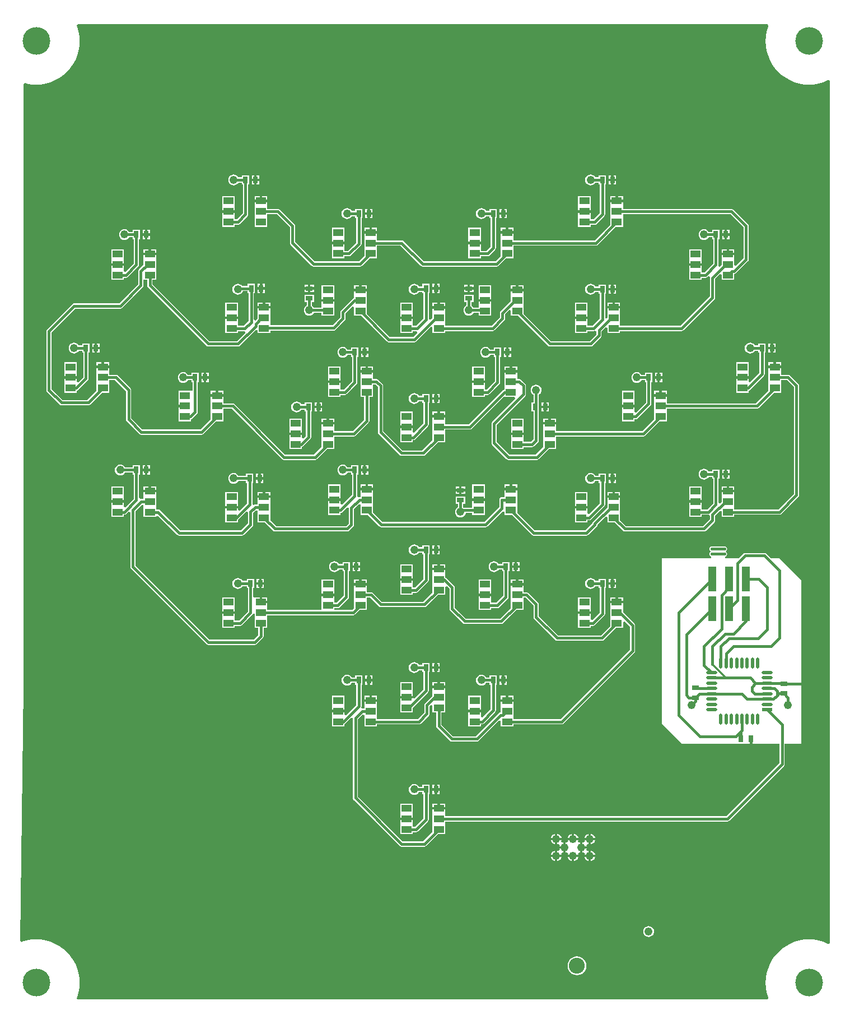
<source format=gtl>
%FSLAX25Y25*%
%MOIN*%
G70*
G01*
G75*
G04 Layer_Physical_Order=1*
G04 Layer_Color=255*
%ADD10R,0.02756X0.03937*%
%ADD11R,0.03937X0.02756*%
%ADD12R,0.05906X0.03937*%
%ADD13R,0.05000X0.14500*%
%ADD14R,0.06496X0.02165*%
%ADD15O,0.06496X0.02165*%
%ADD16O,0.02165X0.06496*%
%ADD17C,0.01500*%
%ADD18C,0.00900*%
%ADD19C,0.09500*%
%ADD20C,0.04800*%
%ADD21C,0.16500*%
G36*
X205872Y289169D02*
X205609Y288535D01*
X204807Y285750D01*
X204322Y282893D01*
X204159Y280000D01*
X204322Y277107D01*
X204807Y274250D01*
X205609Y271465D01*
X206718Y268788D01*
X208120Y266252D01*
X209797Y263889D01*
X211728Y261728D01*
X213889Y259797D01*
X216252Y258120D01*
X218788Y256718D01*
X221465Y255609D01*
X224250Y254807D01*
X227107Y254322D01*
X230000Y254159D01*
X232893Y254322D01*
X235750Y254807D01*
X238535Y255609D01*
X241212Y256718D01*
X241639Y256954D01*
X242500Y256446D01*
Y-256446D01*
X241639Y-256954D01*
X241212Y-256718D01*
X238535Y-255609D01*
X235750Y-254807D01*
X232893Y-254322D01*
X230000Y-254159D01*
X227107Y-254322D01*
X224250Y-254807D01*
X221465Y-255609D01*
X218788Y-256718D01*
X216252Y-258120D01*
X213889Y-259797D01*
X211728Y-261728D01*
X209797Y-263889D01*
X208120Y-266252D01*
X206718Y-268788D01*
X205609Y-271465D01*
X204807Y-274250D01*
X204322Y-277107D01*
X204159Y-280000D01*
X204322Y-282893D01*
X204807Y-285750D01*
X205609Y-288535D01*
X205872Y-289169D01*
X205316Y-290000D01*
X-205316D01*
X-205872Y-289169D01*
X-205609Y-288535D01*
X-204807Y-285750D01*
X-204322Y-282893D01*
X-204159Y-280000D01*
X-204322Y-277107D01*
X-204807Y-274250D01*
X-205609Y-271465D01*
X-206718Y-268788D01*
X-208120Y-266252D01*
X-209797Y-263889D01*
X-211728Y-261728D01*
X-213889Y-259797D01*
X-216252Y-258120D01*
X-218788Y-256718D01*
X-221465Y-255609D01*
X-224250Y-254807D01*
X-227107Y-254322D01*
X-230000Y-254159D01*
X-232893Y-254322D01*
X-235750Y-254807D01*
X-238535Y-255609D01*
X-238701Y-255678D01*
X-239529Y-255117D01*
X-237500Y-105000D01*
Y254480D01*
X-236701Y255081D01*
X-235750Y254807D01*
X-232893Y254322D01*
X-230000Y254159D01*
X-227107Y254322D01*
X-224250Y254807D01*
X-221465Y255609D01*
X-218788Y256718D01*
X-216252Y258120D01*
X-213889Y259797D01*
X-211728Y261728D01*
X-209797Y263889D01*
X-208120Y266252D01*
X-206718Y268788D01*
X-205609Y271465D01*
X-204807Y274250D01*
X-204322Y277107D01*
X-204159Y280000D01*
X-204322Y282893D01*
X-204807Y285750D01*
X-205609Y288535D01*
X-205872Y289169D01*
X-205316Y290000D01*
X205316D01*
X205872Y289169D01*
D02*
G37*
%LPC*%
G36*
X-95204Y11949D02*
X-98207D01*
Y9930D01*
X-95204D01*
Y11949D01*
D02*
G37*
G36*
X166155Y15328D02*
X158649D01*
Y9791D01*
X158649Y9791D01*
X158649Y9029D01*
X158649D01*
Y7010D01*
X166155D01*
Y9029D01*
D01*
Y9029D01*
X166155Y9029D01*
Y9791D01*
X166155D01*
Y15328D01*
D02*
G37*
G36*
X112988Y11949D02*
X109985D01*
Y9930D01*
X112988D01*
Y11949D01*
D02*
G37*
G36*
X-90702D02*
X-93704D01*
Y9930D01*
X-90702D01*
Y11949D01*
D02*
G37*
G36*
X-177893Y15328D02*
X-185398D01*
Y9791D01*
X-185398Y9791D01*
X-185398Y9029D01*
X-185398D01*
Y7010D01*
X-177893D01*
Y9029D01*
D01*
Y9029D01*
X-177893Y9029D01*
Y9791D01*
X-177893D01*
Y15328D01*
D02*
G37*
G36*
X25269Y9225D02*
X19732D01*
Y4869D01*
X20920D01*
Y2809D01*
X20886Y2795D01*
X20218Y2282D01*
X19705Y1614D01*
X19382Y835D01*
X19272Y0D01*
X19382Y-835D01*
X19705Y-1614D01*
X20218Y-2282D01*
X20886Y-2795D01*
X21665Y-3118D01*
X22500Y-3228D01*
X23335Y-3118D01*
X24114Y-2795D01*
X24782Y-2282D01*
X25295Y-1614D01*
X25618Y-835D01*
X25653Y-567D01*
X29502D01*
Y-1755D01*
X37007D01*
Y3782D01*
D01*
Y3782D01*
X37007Y3782D01*
Y4544D01*
X37007D01*
Y6562D01*
X29502D01*
Y4544D01*
X29502Y4544D01*
X29502Y3782D01*
X29502D01*
Y2594D01*
X24376D01*
X24114Y2795D01*
X24080Y2809D01*
Y4869D01*
X25269D01*
Y9225D01*
D02*
G37*
G36*
X100000Y23228D02*
X99165Y23118D01*
X98386Y22795D01*
X97718Y22282D01*
X97205Y21614D01*
X96882Y20835D01*
X96772Y20000D01*
X96882Y19165D01*
X97205Y18386D01*
X97718Y17718D01*
X98386Y17205D01*
X99165Y16882D01*
X100000Y16772D01*
X100835Y16882D01*
X101614Y17205D01*
X102282Y17718D01*
X102795Y18386D01*
X102809Y18420D01*
X104869D01*
Y17232D01*
X105467D01*
Y5202D01*
X99124Y-1142D01*
X98200Y-759D01*
Y-649D01*
D01*
Y-649D01*
X98200Y-649D01*
Y113D01*
X98200D01*
Y2131D01*
X90694D01*
Y113D01*
X90694Y113D01*
X90694Y-649D01*
X90694D01*
Y-6186D01*
X98200D01*
Y-4998D01*
X99082D01*
X99687Y-4878D01*
X100200Y-4535D01*
X108165Y3430D01*
X108507Y3943D01*
X108628Y4547D01*
X108628Y4547D01*
X108628Y4547D01*
Y4547D01*
Y17232D01*
X109225D01*
Y22769D01*
X104869D01*
Y21580D01*
X102809D01*
X102795Y21614D01*
X102282Y22282D01*
X101614Y22795D01*
X100835Y23118D01*
X100000Y23228D01*
D02*
G37*
G36*
X98200Y11949D02*
X90694D01*
Y6412D01*
X90694Y6412D01*
X90694Y5650D01*
X90694D01*
Y3631D01*
X98200D01*
Y5650D01*
D01*
Y5650D01*
X98200Y5650D01*
Y6412D01*
X98200D01*
Y11949D01*
D02*
G37*
G36*
X-109993D02*
X-117498D01*
Y6412D01*
X-117498Y6412D01*
X-117498Y5650D01*
X-117498D01*
Y3631D01*
X-109993D01*
Y5650D01*
D01*
Y5650D01*
X-109993Y5650D01*
Y6412D01*
X-109993D01*
Y11949D01*
D02*
G37*
G36*
X-158602Y15328D02*
X-161604D01*
Y13309D01*
X-158602D01*
Y15328D01*
D02*
G37*
G36*
X-163104D02*
X-166107D01*
Y13309D01*
X-163104D01*
Y15328D01*
D02*
G37*
G36*
X185446D02*
X182443D01*
Y13309D01*
X185446D01*
Y15328D01*
D02*
G37*
G36*
X180943D02*
X177941D01*
Y13309D01*
X180943D01*
Y15328D01*
D02*
G37*
G36*
X37007Y16380D02*
X29502D01*
Y10843D01*
X29502Y10843D01*
X29502Y10081D01*
X29502D01*
Y8062D01*
X37007D01*
Y10081D01*
D01*
Y10081D01*
X37007Y10081D01*
Y10843D01*
X37007D01*
Y16380D01*
D02*
G37*
G36*
X21750Y12203D02*
X19732D01*
Y10775D01*
X21750D01*
Y12203D01*
D02*
G37*
G36*
X117491Y11949D02*
X114488D01*
Y9930D01*
X117491D01*
Y11949D01*
D02*
G37*
G36*
X-48761Y16380D02*
X-56267D01*
Y10843D01*
X-56267Y10843D01*
X-56267Y10081D01*
X-56267D01*
Y8062D01*
X-48761D01*
Y10081D01*
D01*
Y10081D01*
X-48761Y10081D01*
Y10843D01*
X-48761D01*
Y16380D01*
D02*
G37*
G36*
X25269Y12203D02*
X23250D01*
Y10775D01*
X25269D01*
Y12203D01*
D02*
G37*
G36*
X54703Y-33250D02*
X53275D01*
Y-35269D01*
X54703D01*
Y-33250D01*
D02*
G37*
G36*
X-37369D02*
X-38797D01*
Y-35269D01*
X-37369D01*
Y-33250D01*
D02*
G37*
G36*
X8896Y-31057D02*
X5893D01*
Y-33076D01*
X8896D01*
Y-31057D01*
D02*
G37*
G36*
X57631Y-33250D02*
X56203D01*
Y-35269D01*
X57631D01*
Y-33250D01*
D02*
G37*
G36*
X-40297D02*
X-41725D01*
Y-35269D01*
X-40297D01*
Y-33250D01*
D02*
G37*
G36*
X112203Y-39731D02*
X110775D01*
Y-41750D01*
X112203D01*
Y-39731D01*
D02*
G37*
G36*
X-94416D02*
X-95845D01*
Y-41750D01*
X-94416D01*
Y-39731D01*
D02*
G37*
G36*
X-5893Y-31057D02*
X-13398D01*
Y-36594D01*
X-13398Y-36594D01*
X-13398Y-37356D01*
X-13398D01*
Y-39375D01*
X-5893D01*
Y-37356D01*
D01*
Y-37356D01*
X-5893Y-37356D01*
Y-36594D01*
X-5893D01*
Y-31057D01*
D02*
G37*
G36*
X115131Y-39731D02*
X113703D01*
Y-41750D01*
X115131D01*
Y-39731D01*
D02*
G37*
G36*
X10131Y-23250D02*
X8703D01*
Y-25269D01*
X10131D01*
Y-23250D01*
D02*
G37*
G36*
X7203D02*
X5775D01*
Y-25269D01*
X7203D01*
Y-23250D01*
D02*
G37*
G36*
X10131Y-19732D02*
X8703D01*
Y-21750D01*
X10131D01*
Y-19732D01*
D02*
G37*
G36*
X7203D02*
X5775D01*
Y-21750D01*
X7203D01*
Y-19732D01*
D02*
G37*
G36*
X57631Y-29732D02*
X56203D01*
Y-31750D01*
X57631D01*
Y-29732D01*
D02*
G37*
G36*
X-40297D02*
X-41725D01*
Y-31750D01*
X-40297D01*
Y-29732D01*
D02*
G37*
G36*
X13398Y-31057D02*
X10396D01*
Y-33076D01*
X13398D01*
Y-31057D01*
D02*
G37*
G36*
X54703Y-29732D02*
X53275D01*
Y-31750D01*
X54703D01*
Y-29732D01*
D02*
G37*
G36*
X-37369D02*
X-38797D01*
Y-31750D01*
X-37369D01*
Y-29732D01*
D02*
G37*
G36*
X-35297Y27768D02*
X-36725D01*
Y25750D01*
X-35297D01*
Y27768D01*
D02*
G37*
G36*
X-162369D02*
X-163797D01*
Y25750D01*
X-162369D01*
Y27768D01*
D02*
G37*
G36*
X67500Y75728D02*
X66665Y75618D01*
X65886Y75295D01*
X65218Y74782D01*
X64705Y74114D01*
X64382Y73335D01*
X64272Y72500D01*
X64382Y71665D01*
X64705Y70886D01*
X65218Y70218D01*
X65886Y69705D01*
X65920Y69691D01*
Y65268D01*
X64869D01*
Y59732D01*
X65920D01*
Y43155D01*
X64546Y41781D01*
X60107D01*
Y42969D01*
D01*
Y42969D01*
X60107Y42969D01*
Y43731D01*
X60107D01*
Y45750D01*
X52602D01*
Y43731D01*
X52602Y43731D01*
X52602Y42969D01*
X52602D01*
Y37432D01*
X60107D01*
Y38620D01*
X65201D01*
X65806Y38741D01*
X66318Y39083D01*
X68617Y41383D01*
X68960Y41895D01*
X69080Y42500D01*
Y59732D01*
X69225D01*
Y65268D01*
X69080D01*
Y69691D01*
X69114Y69705D01*
X69782Y70218D01*
X70295Y70886D01*
X70618Y71665D01*
X70728Y72500D01*
X70618Y73335D01*
X70295Y74114D01*
X69782Y74782D01*
X69114Y75295D01*
X68335Y75618D01*
X67500Y75728D01*
D02*
G37*
G36*
X-32369Y27768D02*
X-33797D01*
Y25750D01*
X-32369D01*
Y27768D01*
D02*
G37*
G36*
X-165297D02*
X-166725D01*
Y25750D01*
X-165297D01*
Y27768D01*
D02*
G37*
G36*
X-32369Y24250D02*
X-33797D01*
Y22231D01*
X-32369D01*
Y24250D01*
D02*
G37*
G36*
X-35297D02*
X-36725D01*
Y22231D01*
X-35297D01*
Y24250D01*
D02*
G37*
G36*
X182631Y25269D02*
X181203D01*
Y23250D01*
X182631D01*
Y25269D01*
D02*
G37*
G36*
X179703D02*
X178275D01*
Y23250D01*
X179703D01*
Y25269D01*
D02*
G37*
G36*
X74896Y55568D02*
X71893D01*
Y53549D01*
X74896D01*
Y55568D01*
D02*
G37*
G36*
X-52602D02*
X-55604D01*
Y53549D01*
X-52602D01*
Y55568D01*
D02*
G37*
G36*
X-5893Y59693D02*
X-13398D01*
Y54156D01*
X-13398Y54156D01*
X-13398Y53394D01*
X-13398D01*
Y51375D01*
X-5893D01*
Y53394D01*
D01*
Y53394D01*
X-5893Y53394D01*
Y54156D01*
X-5893D01*
Y59693D01*
D02*
G37*
G36*
X79398Y55568D02*
X76396D01*
Y53549D01*
X79398D01*
Y55568D01*
D02*
G37*
G36*
X-57104D02*
X-60107D01*
Y53549D01*
X-57104D01*
Y55568D01*
D02*
G37*
G36*
X-5000Y70728D02*
X-5835Y70618D01*
X-6614Y70295D01*
X-7282Y69782D01*
X-7795Y69114D01*
X-8118Y68335D01*
X-8228Y67500D01*
X-8118Y66665D01*
X-7795Y65886D01*
X-7282Y65218D01*
X-6614Y64705D01*
X-5835Y64382D01*
X-5000Y64272D01*
X-4165Y64382D01*
X-3386Y64705D01*
X-2718Y65218D01*
X-2205Y65886D01*
X-2191Y65920D01*
X-131D01*
Y64732D01*
X467D01*
Y52702D01*
X-4969Y47266D01*
X-5893Y47649D01*
Y47857D01*
X-5893D01*
Y49875D01*
X-13398D01*
Y47857D01*
X-13398Y47857D01*
X-13398Y47094D01*
X-13398D01*
Y41557D01*
X-5893D01*
Y42745D01*
X-5674D01*
X-5069Y42866D01*
X-4557Y43208D01*
X3165Y50930D01*
X3507Y51442D01*
X3628Y52047D01*
X3628Y52047D01*
X3628Y52047D01*
Y52047D01*
Y64732D01*
X4225D01*
Y70268D01*
X-131D01*
Y69080D01*
X-2191D01*
X-2205Y69114D01*
X-2718Y69782D01*
X-3386Y70295D01*
X-4165Y70618D01*
X-5000Y70728D01*
D02*
G37*
G36*
X-75000Y65728D02*
X-75835Y65618D01*
X-76614Y65295D01*
X-77282Y64782D01*
X-77795Y64114D01*
X-78118Y63335D01*
X-78228Y62500D01*
X-78118Y61665D01*
X-77795Y60886D01*
X-77282Y60218D01*
X-76614Y59705D01*
X-75835Y59382D01*
X-75000Y59272D01*
X-74165Y59382D01*
X-73386Y59705D01*
X-72718Y60218D01*
X-72205Y60886D01*
X-72191Y60920D01*
X-70131D01*
Y59732D01*
X-69533D01*
Y45202D01*
X-70969Y43766D01*
X-71893Y44149D01*
Y45750D01*
X-79398D01*
Y43731D01*
X-79398Y43731D01*
X-79398Y42969D01*
X-79398D01*
Y37432D01*
X-71893D01*
Y38701D01*
X-71694Y38741D01*
X-71182Y39083D01*
X-66835Y43430D01*
X-66493Y43942D01*
X-66372Y44547D01*
X-66372Y44547D01*
X-66372Y44547D01*
Y44547D01*
Y59732D01*
X-65775D01*
Y65268D01*
X-70131D01*
Y64080D01*
X-72191D01*
X-72205Y64114D01*
X-72718Y64782D01*
X-73386Y65295D01*
X-74165Y65618D01*
X-75000Y65728D01*
D02*
G37*
G36*
X60107Y55568D02*
X52602D01*
Y50031D01*
X52602Y50031D01*
X52602Y49268D01*
X52602D01*
Y47250D01*
X60107D01*
Y49268D01*
D01*
Y49268D01*
X60107Y49268D01*
Y50031D01*
X60107D01*
Y55568D01*
D02*
G37*
G36*
X-71893D02*
X-79398D01*
Y50031D01*
X-79398Y50031D01*
X-79398Y49268D01*
X-79398D01*
Y47250D01*
X-71893D01*
Y49268D01*
D01*
Y49268D01*
X-71893Y49268D01*
Y50031D01*
X-71893D01*
Y55568D01*
D02*
G37*
G36*
X-97797Y19250D02*
X-99225D01*
Y17232D01*
X-97797D01*
Y19250D01*
D02*
G37*
G36*
X56298Y16380D02*
X53296D01*
Y14362D01*
X56298D01*
Y16380D01*
D02*
G37*
G36*
X112203Y19250D02*
X110775D01*
Y17232D01*
X112203D01*
Y19250D01*
D02*
G37*
G36*
X-94869D02*
X-96297D01*
Y17232D01*
X-94869D01*
Y19250D01*
D02*
G37*
G36*
X51796Y16380D02*
X48793D01*
Y14362D01*
X51796D01*
Y16380D01*
D02*
G37*
G36*
X25269Y15131D02*
X23250D01*
Y13703D01*
X25269D01*
Y15131D01*
D02*
G37*
G36*
X21750D02*
X19732D01*
Y13703D01*
X21750D01*
Y15131D01*
D02*
G37*
G36*
X-29470Y16380D02*
X-32473D01*
Y14362D01*
X-29470D01*
Y16380D01*
D02*
G37*
G36*
X-33973D02*
X-36975D01*
Y14362D01*
X-33973D01*
Y16380D01*
D02*
G37*
G36*
X115131Y22769D02*
X113703D01*
Y20750D01*
X115131D01*
Y22769D01*
D02*
G37*
G36*
X112203D02*
X110775D01*
Y20750D01*
X112203D01*
Y22769D01*
D02*
G37*
G36*
X-162369Y24250D02*
X-163797D01*
Y22231D01*
X-162369D01*
Y24250D01*
D02*
G37*
G36*
X-165297D02*
X-166725D01*
Y22231D01*
X-165297D01*
Y24250D01*
D02*
G37*
G36*
X-94869Y22769D02*
X-96297D01*
Y20750D01*
X-94869D01*
Y22769D01*
D02*
G37*
G36*
X179703Y21750D02*
X178275D01*
Y19732D01*
X179703D01*
Y21750D01*
D02*
G37*
G36*
X115131Y19250D02*
X113703D01*
Y17232D01*
X115131D01*
Y19250D01*
D02*
G37*
G36*
X-97797Y22769D02*
X-99225D01*
Y20750D01*
X-97797D01*
Y22769D01*
D02*
G37*
G36*
X182631Y21750D02*
X181203D01*
Y19732D01*
X182631D01*
Y21750D01*
D02*
G37*
G36*
X-97344Y-39731D02*
X-98772D01*
Y-41750D01*
X-97344D01*
Y-39731D01*
D02*
G37*
G36*
X-5893Y-173432D02*
X-13398D01*
Y-178969D01*
X-13398Y-178969D01*
X-13398Y-179732D01*
X-13398D01*
Y-181750D01*
X-5893D01*
Y-179732D01*
D01*
Y-179732D01*
X-5893Y-179732D01*
Y-178969D01*
X-5893D01*
Y-173432D01*
D02*
G37*
G36*
X-5000Y-161772D02*
X-5835Y-161882D01*
X-6614Y-162205D01*
X-7282Y-162718D01*
X-7795Y-163386D01*
X-8118Y-164165D01*
X-8228Y-165000D01*
X-8118Y-165835D01*
X-7795Y-166614D01*
X-7282Y-167282D01*
X-6614Y-167795D01*
X-5835Y-168118D01*
X-5000Y-168228D01*
X-4165Y-168118D01*
X-3386Y-167795D01*
X-2718Y-167282D01*
X-2205Y-166614D01*
X-2191Y-166580D01*
X-131D01*
Y-167769D01*
X467D01*
Y-182298D01*
X-4454Y-187219D01*
X-5893D01*
Y-186031D01*
D01*
Y-186031D01*
X-5893Y-186031D01*
Y-185268D01*
X-5893D01*
Y-183250D01*
X-13398D01*
Y-185268D01*
X-13398Y-185268D01*
X-13398Y-186031D01*
X-13398D01*
Y-191568D01*
X-5893D01*
Y-190380D01*
X-3799D01*
X-3194Y-190259D01*
X-2682Y-189917D01*
X3165Y-184070D01*
X3507Y-183557D01*
X3628Y-182953D01*
X3628Y-182953D01*
X3628Y-182953D01*
Y-182953D01*
Y-167769D01*
X4225D01*
Y-162232D01*
X-131D01*
Y-163420D01*
X-2191D01*
X-2205Y-163386D01*
X-2718Y-162718D01*
X-3386Y-162205D01*
X-4165Y-161882D01*
X-5000Y-161772D01*
D02*
G37*
G36*
X13398Y-173432D02*
X10396D01*
Y-175451D01*
X13398D01*
Y-173432D01*
D02*
G37*
G36*
X8896D02*
X5893D01*
Y-175451D01*
X8896D01*
Y-173432D01*
D02*
G37*
G36*
X100250Y-191371D02*
Y-193750D01*
X102629D01*
X102618Y-193665D01*
X102295Y-192886D01*
X101782Y-192218D01*
X101114Y-191705D01*
X100335Y-191382D01*
X100250Y-191371D01*
D02*
G37*
G36*
X88750D02*
X88665Y-191382D01*
X87886Y-191705D01*
X87218Y-192218D01*
X86705Y-192886D01*
X86382Y-193665D01*
X86371Y-193750D01*
X88750D01*
Y-191371D01*
D02*
G37*
G36*
X80250D02*
Y-193750D01*
X82629D01*
X82618Y-193665D01*
X82295Y-192886D01*
X81782Y-192218D01*
X81114Y-191705D01*
X80335Y-191382D01*
X80250Y-191371D01*
D02*
G37*
G36*
X98750D02*
X98665Y-191382D01*
X97886Y-191705D01*
X97218Y-192218D01*
X96705Y-192886D01*
X96382Y-193665D01*
X96371Y-193750D01*
X98750D01*
Y-191371D01*
D02*
G37*
G36*
X90250D02*
Y-193750D01*
X92629D01*
X92618Y-193665D01*
X92295Y-192886D01*
X91782Y-192218D01*
X91114Y-191705D01*
X90335Y-191382D01*
X90250Y-191371D01*
D02*
G37*
G36*
X34722Y-109324D02*
X27217D01*
Y-114861D01*
X27217Y-114861D01*
X27217Y-115623D01*
X27217D01*
Y-117641D01*
X34722D01*
Y-115623D01*
D01*
Y-115623D01*
X34722Y-115623D01*
Y-114861D01*
X34722D01*
Y-109324D01*
D02*
G37*
G36*
X-46493D02*
X-53998D01*
Y-114861D01*
X-53998Y-114861D01*
X-53998Y-115623D01*
X-53998D01*
Y-117641D01*
X-46493D01*
Y-115623D01*
D01*
Y-115623D01*
X-46493Y-115623D01*
Y-114861D01*
X-46493D01*
Y-109324D01*
D02*
G37*
G36*
X-27202D02*
X-30204D01*
Y-111342D01*
X-27202D01*
Y-109324D01*
D02*
G37*
G36*
X-31704D02*
X-34707D01*
Y-111342D01*
X-31704D01*
Y-109324D01*
D02*
G37*
G36*
X35000Y-96772D02*
X34165Y-96882D01*
X33386Y-97205D01*
X32718Y-97718D01*
X32205Y-98386D01*
X31882Y-99165D01*
X31772Y-100000D01*
X31882Y-100835D01*
X32205Y-101614D01*
X32718Y-102282D01*
X33386Y-102795D01*
X34165Y-103118D01*
X35000Y-103228D01*
X35835Y-103118D01*
X36614Y-102795D01*
X37282Y-102282D01*
X37795Y-101614D01*
X37809Y-101580D01*
X39869D01*
Y-102769D01*
X40467D01*
Y-117298D01*
X35646Y-122119D01*
X34722Y-121736D01*
Y-121160D01*
X34722D01*
Y-119141D01*
X27217D01*
Y-121160D01*
X27217Y-121160D01*
X27217Y-121922D01*
X27217D01*
Y-127459D01*
X34722D01*
Y-126271D01*
X35309D01*
X35914Y-126151D01*
X36427Y-125808D01*
X43165Y-119070D01*
X43507Y-118558D01*
X43628Y-117953D01*
Y-102769D01*
X44225D01*
Y-97232D01*
X39869D01*
Y-98420D01*
X37809D01*
X37795Y-98386D01*
X37282Y-97718D01*
X36614Y-97205D01*
X35835Y-96882D01*
X35000Y-96772D01*
D02*
G37*
G36*
X10131Y-165750D02*
X8703D01*
Y-167769D01*
X10131D01*
Y-165750D01*
D02*
G37*
G36*
X7203D02*
X5775D01*
Y-167769D01*
X7203D01*
Y-165750D01*
D02*
G37*
G36*
X10131Y-162232D02*
X8703D01*
Y-164250D01*
X10131D01*
Y-162232D01*
D02*
G37*
G36*
X7203D02*
X5775D01*
Y-164250D01*
X7203D01*
Y-162232D01*
D02*
G37*
G36*
X98750Y-205250D02*
X96371D01*
X96382Y-205335D01*
X96705Y-206114D01*
X97218Y-206782D01*
X97886Y-207295D01*
X98665Y-207618D01*
X98750Y-207629D01*
Y-205250D01*
D02*
G37*
G36*
X92629D02*
X90250D01*
Y-207629D01*
X90335Y-207618D01*
X91114Y-207295D01*
X91782Y-206782D01*
X92295Y-206114D01*
X92618Y-205335D01*
X92629Y-205250D01*
D02*
G37*
G36*
X78750Y-201371D02*
X78665Y-201382D01*
X77886Y-201705D01*
X77218Y-202218D01*
X76705Y-202886D01*
X76382Y-203665D01*
X76371Y-203750D01*
X78750D01*
Y-201371D01*
D02*
G37*
G36*
X102629Y-205250D02*
X100250D01*
Y-207629D01*
X100335Y-207618D01*
X101114Y-207295D01*
X101782Y-206782D01*
X102295Y-206114D01*
X102618Y-205335D01*
X102629Y-205250D01*
D02*
G37*
G36*
X88750D02*
X86371D01*
X86382Y-205335D01*
X86705Y-206114D01*
X87218Y-206782D01*
X87886Y-207295D01*
X88665Y-207618D01*
X88750Y-207629D01*
Y-205250D01*
D02*
G37*
G36*
X134500Y-246272D02*
X133665Y-246382D01*
X132886Y-246705D01*
X132218Y-247218D01*
X131705Y-247886D01*
X131382Y-248665D01*
X131272Y-249500D01*
X131382Y-250335D01*
X131705Y-251114D01*
X132218Y-251782D01*
X132886Y-252295D01*
X133665Y-252618D01*
X134500Y-252728D01*
X135335Y-252618D01*
X136114Y-252295D01*
X136782Y-251782D01*
X137295Y-251114D01*
X137618Y-250335D01*
X137728Y-249500D01*
X137618Y-248665D01*
X137295Y-247886D01*
X136782Y-247218D01*
X136114Y-246705D01*
X135335Y-246382D01*
X134500Y-246272D01*
D02*
G37*
G36*
X91862Y-264296D02*
X90413Y-264487D01*
X89063Y-265046D01*
X87904Y-265935D01*
X87014Y-267095D01*
X86455Y-268445D01*
X86264Y-269894D01*
X86455Y-271342D01*
X87014Y-272693D01*
X87904Y-273852D01*
X89063Y-274742D01*
X90413Y-275301D01*
X91862Y-275492D01*
X93311Y-275301D01*
X94661Y-274742D01*
X95820Y-273852D01*
X96710Y-272693D01*
X97269Y-271342D01*
X97460Y-269894D01*
X97269Y-268445D01*
X96710Y-267095D01*
X95820Y-265935D01*
X94661Y-265046D01*
X93311Y-264487D01*
X91862Y-264296D01*
D02*
G37*
G36*
X82629Y-205250D02*
X80250D01*
Y-207629D01*
X80335Y-207618D01*
X81114Y-207295D01*
X81782Y-206782D01*
X82295Y-206114D01*
X82618Y-205335D01*
X82629Y-205250D01*
D02*
G37*
G36*
X78750D02*
X76371D01*
X76382Y-205335D01*
X76705Y-206114D01*
X77218Y-206782D01*
X77886Y-207295D01*
X78665Y-207618D01*
X78750Y-207629D01*
Y-205250D01*
D02*
G37*
G36*
X92629Y-195250D02*
X86371D01*
X86382Y-195335D01*
X86623Y-195916D01*
X85916Y-196623D01*
X85335Y-196382D01*
X85250Y-196371D01*
Y-199501D01*
Y-202629D01*
X85335Y-202618D01*
X85916Y-202377D01*
X86623Y-203084D01*
X86382Y-203665D01*
X86371Y-203750D01*
X92629D01*
X92618Y-203665D01*
X92377Y-203084D01*
X93084Y-202377D01*
X93665Y-202618D01*
X93750Y-202629D01*
Y-199501D01*
Y-196371D01*
X93665Y-196382D01*
X93084Y-196623D01*
X92377Y-195916D01*
X92618Y-195335D01*
X92629Y-195250D01*
D02*
G37*
G36*
X102629D02*
X100250D01*
Y-197629D01*
X100335Y-197618D01*
X101114Y-197295D01*
X101782Y-196782D01*
X102295Y-196114D01*
X102618Y-195335D01*
X102629Y-195250D01*
D02*
G37*
G36*
X78750Y-191371D02*
X78665Y-191382D01*
X77886Y-191705D01*
X77218Y-192218D01*
X76705Y-192886D01*
X76382Y-193665D01*
X76371Y-193750D01*
X78750D01*
Y-191371D01*
D02*
G37*
G36*
X98750Y-195250D02*
X96371D01*
X96382Y-195335D01*
X96623Y-195916D01*
X95916Y-196623D01*
X95335Y-196382D01*
X95250Y-196371D01*
Y-198750D01*
X97629D01*
X97618Y-198665D01*
X97377Y-198084D01*
X98084Y-197377D01*
X98665Y-197618D01*
X98750Y-197629D01*
Y-195250D01*
D02*
G37*
G36*
X78750D02*
X76371D01*
X76382Y-195335D01*
X76705Y-196114D01*
X77218Y-196782D01*
X77886Y-197295D01*
X78665Y-197618D01*
X78750Y-197629D01*
Y-195250D01*
D02*
G37*
G36*
X100250Y-201371D02*
Y-203750D01*
X102629D01*
X102618Y-203665D01*
X102295Y-202886D01*
X101782Y-202218D01*
X101114Y-201705D01*
X100335Y-201382D01*
X100250Y-201371D01*
D02*
G37*
G36*
X97629Y-200250D02*
X95250D01*
Y-202629D01*
X95335Y-202618D01*
X95916Y-202377D01*
X96623Y-203084D01*
X96382Y-203665D01*
X96371Y-203750D01*
X98750D01*
Y-201371D01*
X98665Y-201382D01*
X98084Y-201623D01*
X97377Y-200916D01*
X97618Y-200335D01*
X97629Y-200250D01*
D02*
G37*
G36*
X82629Y-195250D02*
X80250D01*
Y-197629D01*
X80335Y-197618D01*
X80916Y-197377D01*
X81623Y-198084D01*
X81382Y-198665D01*
X81371Y-198750D01*
X83750D01*
Y-196371D01*
X83665Y-196382D01*
X83084Y-196623D01*
X82377Y-195916D01*
X82618Y-195335D01*
X82629Y-195250D01*
D02*
G37*
G36*
X83750Y-200250D02*
X81371D01*
X81382Y-200335D01*
X81623Y-200916D01*
X80916Y-201623D01*
X80335Y-201382D01*
X80250Y-201371D01*
Y-203750D01*
X82629D01*
X82618Y-203665D01*
X82377Y-203084D01*
X83084Y-202377D01*
X83665Y-202618D01*
X83750Y-202629D01*
Y-200250D01*
D02*
G37*
G36*
X42500Y-29272D02*
X41665Y-29382D01*
X40886Y-29705D01*
X40218Y-30218D01*
X39705Y-30886D01*
X39382Y-31665D01*
X39272Y-32500D01*
X39382Y-33335D01*
X39705Y-34114D01*
X40218Y-34782D01*
X40886Y-35295D01*
X41665Y-35618D01*
X42500Y-35728D01*
X43335Y-35618D01*
X44114Y-35295D01*
X44782Y-34782D01*
X45295Y-34114D01*
X45309Y-34080D01*
X47369D01*
Y-35269D01*
X47967D01*
Y-49798D01*
X43792Y-53973D01*
X40776D01*
Y-52785D01*
D01*
Y-52785D01*
X40776Y-52785D01*
Y-52023D01*
X40776D01*
Y-50005D01*
X33271D01*
Y-52023D01*
X33271Y-52023D01*
X33271Y-52785D01*
X33271D01*
Y-58322D01*
X40776D01*
Y-57134D01*
X44446D01*
X45051Y-57014D01*
X45564Y-56671D01*
X50665Y-51570D01*
X51007Y-51057D01*
X51128Y-50453D01*
X51128Y-50453D01*
X51128Y-50453D01*
Y-50453D01*
Y-35269D01*
X51725D01*
Y-29732D01*
X47369D01*
Y-30920D01*
X45309D01*
X45295Y-30886D01*
X44782Y-30218D01*
X44114Y-29705D01*
X43335Y-29382D01*
X42500Y-29272D01*
D02*
G37*
G36*
X119300Y-50797D02*
X116297D01*
Y-52816D01*
X119300D01*
Y-50797D01*
D02*
G37*
G36*
X40776Y-40187D02*
X33271D01*
Y-45724D01*
X33271Y-45724D01*
X33271Y-46486D01*
X33271D01*
Y-48504D01*
X40776D01*
Y-46486D01*
D01*
Y-46486D01*
X40776Y-46486D01*
Y-45724D01*
X40776D01*
Y-40187D01*
D02*
G37*
G36*
X-52593D02*
X-60098D01*
Y-45724D01*
X-60098Y-45724D01*
X-60098Y-46486D01*
X-60098D01*
Y-48504D01*
X-52593D01*
Y-46486D01*
D01*
Y-46486D01*
X-52593Y-46486D01*
Y-45724D01*
X-52593D01*
Y-40187D01*
D02*
G37*
G36*
X114797Y-50797D02*
X111795D01*
Y-52816D01*
X114797D01*
Y-50797D01*
D02*
G37*
G36*
X-111793D02*
X-119298D01*
Y-56335D01*
X-119298Y-56335D01*
X-119298Y-57097D01*
X-119298D01*
Y-59115D01*
X-111793D01*
Y-57097D01*
D01*
Y-57097D01*
X-111793Y-57097D01*
Y-56335D01*
X-111793D01*
Y-50797D01*
D02*
G37*
G36*
X100000Y-39272D02*
X99165Y-39382D01*
X98386Y-39705D01*
X97718Y-40218D01*
X97205Y-40886D01*
X96882Y-41665D01*
X96772Y-42500D01*
X96882Y-43335D01*
X97205Y-44114D01*
X97718Y-44782D01*
X98386Y-45295D01*
X99165Y-45618D01*
X100000Y-45728D01*
X100835Y-45618D01*
X101614Y-45295D01*
X102282Y-44782D01*
X102795Y-44114D01*
X102809Y-44080D01*
X104869D01*
Y-45268D01*
X105467D01*
Y-59798D01*
X100933Y-64332D01*
X100009Y-63950D01*
Y-63396D01*
D01*
Y-63396D01*
X100009Y-63396D01*
Y-62634D01*
X100009D01*
Y-60615D01*
X92503D01*
Y-62634D01*
X92503Y-62634D01*
X92503Y-63396D01*
X92503D01*
Y-68933D01*
X100009D01*
Y-67745D01*
X101336D01*
X101940Y-67624D01*
X102453Y-67282D01*
X108165Y-61570D01*
X108507Y-61058D01*
X108628Y-60453D01*
X108628Y-60453D01*
X108628Y-60453D01*
Y-60453D01*
Y-45268D01*
X109225D01*
Y-39731D01*
X104869D01*
Y-40920D01*
X102809D01*
X102795Y-40886D01*
X102282Y-40218D01*
X101614Y-39705D01*
X100835Y-39382D01*
X100000Y-39272D01*
D02*
G37*
G36*
X-92502Y-50797D02*
X-95504D01*
Y-52816D01*
X-92502D01*
Y-50797D01*
D02*
G37*
G36*
X100009D02*
X92503D01*
Y-56335D01*
X92503Y-56335D01*
X92503Y-57097D01*
X92503D01*
Y-59115D01*
X100009D01*
Y-57097D01*
D01*
Y-57097D01*
X100009Y-57097D01*
Y-56335D01*
X100009D01*
Y-50797D01*
D02*
G37*
G36*
X-33302Y-40187D02*
X-36304D01*
Y-42205D01*
X-33302D01*
Y-40187D01*
D02*
G37*
G36*
X-37804D02*
X-40807D01*
Y-42205D01*
X-37804D01*
Y-40187D01*
D02*
G37*
G36*
X60067D02*
X57065D01*
Y-42205D01*
X60067D01*
Y-40187D01*
D02*
G37*
G36*
X55565D02*
X52562D01*
Y-42205D01*
X55565D01*
Y-40187D01*
D02*
G37*
G36*
X-5000Y-19272D02*
X-5835Y-19382D01*
X-6614Y-19705D01*
X-7282Y-20218D01*
X-7795Y-20886D01*
X-8118Y-21665D01*
X-8228Y-22500D01*
X-8118Y-23335D01*
X-7795Y-24114D01*
X-7282Y-24782D01*
X-6614Y-25295D01*
X-5835Y-25618D01*
X-5000Y-25728D01*
X-4165Y-25618D01*
X-3386Y-25295D01*
X-2718Y-24782D01*
X-2205Y-24114D01*
X-2191Y-24080D01*
X-131D01*
Y-25269D01*
X467D01*
Y-39798D01*
X-4579Y-44844D01*
X-5893D01*
Y-43656D01*
D01*
Y-43656D01*
X-5893Y-43656D01*
Y-42893D01*
X-5893D01*
Y-40875D01*
X-13398D01*
Y-42893D01*
X-13398Y-42893D01*
X-13398Y-43656D01*
X-13398D01*
Y-49193D01*
X-5893D01*
Y-48005D01*
X-3924D01*
X-3319Y-47884D01*
X-2807Y-47542D01*
X3165Y-41570D01*
X3507Y-41058D01*
X3628Y-40453D01*
X3628Y-40453D01*
X3628Y-40453D01*
Y-40453D01*
Y-25269D01*
X4225D01*
Y-19732D01*
X-131D01*
Y-20920D01*
X-2191D01*
X-2205Y-20886D01*
X-2718Y-20218D01*
X-3386Y-19705D01*
X-4165Y-19382D01*
X-5000Y-19272D01*
D02*
G37*
G36*
X-94416Y-43250D02*
X-95845D01*
Y-45268D01*
X-94416D01*
Y-43250D01*
D02*
G37*
G36*
X-97344D02*
X-98772D01*
Y-45268D01*
X-97344D01*
Y-43250D01*
D02*
G37*
G36*
X115131D02*
X113703D01*
Y-45268D01*
X115131D01*
Y-43250D01*
D02*
G37*
G36*
X112203D02*
X110775D01*
Y-45268D01*
X112203D01*
Y-43250D01*
D02*
G37*
G36*
X-32797Y-100750D02*
X-34225D01*
Y-102769D01*
X-32797D01*
Y-100750D01*
D02*
G37*
G36*
X13398Y-101182D02*
X10396D01*
Y-103201D01*
X13398D01*
Y-101182D01*
D02*
G37*
G36*
X47203Y-100750D02*
X45775D01*
Y-102769D01*
X47203D01*
Y-100750D01*
D02*
G37*
G36*
X-29869D02*
X-31297D01*
Y-102769D01*
X-29869D01*
Y-100750D01*
D02*
G37*
G36*
X8896Y-101182D02*
X5893D01*
Y-103201D01*
X8896D01*
Y-101182D01*
D02*
G37*
G36*
X54013Y-109324D02*
X51011D01*
Y-111342D01*
X54013D01*
Y-109324D01*
D02*
G37*
G36*
X49511D02*
X46508D01*
Y-111342D01*
X49511D01*
Y-109324D01*
D02*
G37*
G36*
X-5893Y-101182D02*
X-13398D01*
Y-106719D01*
X-13398Y-106719D01*
X-13398Y-107482D01*
X-13398D01*
Y-109500D01*
X-5893D01*
Y-107482D01*
D01*
Y-107482D01*
X-5893Y-107482D01*
Y-106719D01*
X-5893D01*
Y-101182D01*
D02*
G37*
G36*
X-5000Y-89272D02*
X-5835Y-89382D01*
X-6614Y-89705D01*
X-7282Y-90218D01*
X-7795Y-90886D01*
X-8118Y-91665D01*
X-8228Y-92500D01*
X-8118Y-93335D01*
X-7795Y-94114D01*
X-7282Y-94782D01*
X-6614Y-95295D01*
X-5835Y-95618D01*
X-5000Y-95728D01*
X-4165Y-95618D01*
X-3386Y-95295D01*
X-2718Y-94782D01*
X-2205Y-94114D01*
X-2191Y-94080D01*
X-131D01*
Y-95268D01*
X467D01*
Y-105581D01*
X-4969Y-111017D01*
X-5893Y-110635D01*
Y-111000D01*
X-13398D01*
Y-113019D01*
X-13398Y-113019D01*
X-13398Y-113781D01*
X-13398D01*
Y-119318D01*
X-5893D01*
Y-116411D01*
X3165Y-107353D01*
X3507Y-106841D01*
X3628Y-106236D01*
Y-95268D01*
X4225D01*
Y-89732D01*
X-131D01*
Y-90920D01*
X-2191D01*
X-2205Y-90886D01*
X-2718Y-90218D01*
X-3386Y-89705D01*
X-4165Y-89382D01*
X-5000Y-89272D01*
D02*
G37*
G36*
X10131Y-93250D02*
X8703D01*
Y-95268D01*
X10131D01*
Y-93250D01*
D02*
G37*
G36*
X7203D02*
X5775D01*
Y-95268D01*
X7203D01*
Y-93250D01*
D02*
G37*
G36*
X10131Y-89732D02*
X8703D01*
Y-91750D01*
X10131D01*
Y-89732D01*
D02*
G37*
G36*
X7203D02*
X5775D01*
Y-91750D01*
X7203D01*
Y-89732D01*
D02*
G37*
G36*
X50131Y-97232D02*
X48703D01*
Y-99250D01*
X50131D01*
Y-97232D01*
D02*
G37*
G36*
X-32797D02*
X-34225D01*
Y-99250D01*
X-32797D01*
Y-97232D01*
D02*
G37*
G36*
X50131Y-100750D02*
X48703D01*
Y-102769D01*
X50131D01*
Y-100750D01*
D02*
G37*
G36*
X47203Y-97232D02*
X45775D01*
Y-99250D01*
X47203D01*
Y-97232D01*
D02*
G37*
G36*
X-29869D02*
X-31297D01*
Y-99250D01*
X-29869D01*
Y-97232D01*
D02*
G37*
G36*
X8896Y59693D02*
X5893D01*
Y57674D01*
X8896D01*
Y59693D01*
D02*
G37*
G36*
X-177500Y168228D02*
X-178335Y168118D01*
X-179114Y167795D01*
X-179782Y167282D01*
X-180295Y166614D01*
X-180618Y165835D01*
X-180728Y165000D01*
X-180618Y164165D01*
X-180295Y163386D01*
X-179782Y162718D01*
X-179114Y162205D01*
X-178335Y161882D01*
X-177500Y161772D01*
X-176665Y161882D01*
X-175886Y162205D01*
X-175218Y162718D01*
X-174705Y163386D01*
X-174691Y163420D01*
X-172631D01*
Y162232D01*
X-172033D01*
Y147702D01*
X-176969Y142766D01*
X-177893Y143149D01*
Y143611D01*
D01*
Y143611D01*
X-177893Y143611D01*
Y144373D01*
X-177893D01*
Y146391D01*
X-185398D01*
Y144373D01*
X-185398Y144373D01*
X-185398Y143611D01*
X-185398D01*
Y138074D01*
X-177893D01*
Y139262D01*
X-176658D01*
X-176053Y139382D01*
X-175540Y139725D01*
X-169335Y145930D01*
X-168993Y146442D01*
X-168872Y147047D01*
X-168872Y147047D01*
X-168872Y147047D01*
Y147047D01*
Y162232D01*
X-168275D01*
Y167769D01*
X-172631D01*
Y166580D01*
X-174691D01*
X-174705Y166614D01*
X-175218Y167282D01*
X-175886Y167795D01*
X-176665Y168118D01*
X-177500Y168228D01*
D02*
G37*
G36*
X-93969Y135723D02*
X-95397D01*
Y133705D01*
X-93969D01*
Y135723D01*
D02*
G37*
G36*
X-177893Y156209D02*
X-185398D01*
Y150672D01*
X-185398Y150672D01*
X-185398Y149910D01*
X-185398D01*
Y147891D01*
X-177893D01*
Y149910D01*
D01*
Y149910D01*
X-177893Y149910D01*
Y150672D01*
X-177893D01*
Y156209D01*
D02*
G37*
G36*
X166155D02*
X158649D01*
Y150672D01*
X158649Y150672D01*
X158649Y149910D01*
X158649D01*
Y147891D01*
X166155D01*
Y149910D01*
D01*
Y149910D01*
X166155Y149910D01*
Y150672D01*
X166155D01*
Y156209D01*
D02*
G37*
G36*
X-96897Y135723D02*
X-98325D01*
Y133705D01*
X-96897D01*
Y135723D01*
D02*
G37*
G36*
X-64732Y135131D02*
X-66750D01*
Y133703D01*
X-64732D01*
Y135131D01*
D02*
G37*
G36*
X-68250D02*
X-70268D01*
Y133703D01*
X-68250D01*
Y135131D01*
D02*
G37*
G36*
X30268D02*
X28250D01*
Y133703D01*
X30268D01*
Y135131D01*
D02*
G37*
G36*
X26750D02*
X24732D01*
Y133703D01*
X26750D01*
Y135131D01*
D02*
G37*
G36*
X-165297Y164250D02*
X-166725D01*
Y162232D01*
X-165297D01*
Y164250D01*
D02*
G37*
G36*
X35000Y180728D02*
X34165Y180618D01*
X33386Y180295D01*
X32718Y179782D01*
X32205Y179114D01*
X31882Y178335D01*
X31772Y177500D01*
X31882Y176665D01*
X32205Y175886D01*
X32718Y175218D01*
X33386Y174705D01*
X34165Y174382D01*
X35000Y174272D01*
X35835Y174382D01*
X36614Y174705D01*
X37282Y175218D01*
X37795Y175886D01*
X37809Y175920D01*
X39869D01*
Y174732D01*
X40467D01*
Y157702D01*
X38036Y155271D01*
X34722D01*
Y156459D01*
D01*
Y156459D01*
X34722Y156459D01*
Y157221D01*
X34722D01*
Y159240D01*
X27217D01*
Y157221D01*
X27217Y157221D01*
X27217Y156459D01*
X27217D01*
Y150922D01*
X34722D01*
Y152110D01*
X38691D01*
X39295Y152231D01*
X39808Y152573D01*
X43165Y155930D01*
X43507Y156442D01*
X43628Y157047D01*
X43628Y157047D01*
X43628Y157047D01*
Y157047D01*
Y174732D01*
X44225D01*
Y180269D01*
X39869D01*
Y179080D01*
X37809D01*
X37795Y179114D01*
X37282Y179782D01*
X36614Y180295D01*
X35835Y180618D01*
X35000Y180728D01*
D02*
G37*
G36*
X179703Y164250D02*
X178275D01*
Y162232D01*
X179703D01*
Y164250D01*
D02*
G37*
G36*
X-162369D02*
X-163797D01*
Y162232D01*
X-162369D01*
Y164250D01*
D02*
G37*
G36*
X-45000Y180728D02*
X-45835Y180618D01*
X-46614Y180295D01*
X-47282Y179782D01*
X-47795Y179114D01*
X-48118Y178335D01*
X-48228Y177500D01*
X-48118Y176665D01*
X-47795Y175886D01*
X-47282Y175218D01*
X-46614Y174705D01*
X-45835Y174382D01*
X-45000Y174272D01*
X-44165Y174382D01*
X-43386Y174705D01*
X-42718Y175218D01*
X-42205Y175886D01*
X-42191Y175920D01*
X-40131D01*
Y174732D01*
X-39533D01*
Y160202D01*
X-44464Y155271D01*
X-46493D01*
Y156459D01*
D01*
Y156459D01*
X-46493Y156459D01*
Y157221D01*
X-46493D01*
Y159240D01*
X-53998D01*
Y157221D01*
X-53998Y157221D01*
X-53998Y156459D01*
X-53998D01*
Y150922D01*
X-46493D01*
Y152110D01*
X-43809D01*
X-43205Y152231D01*
X-42692Y152573D01*
X-42692Y152573D01*
X-42692Y152573D01*
X-36835Y158430D01*
X-36493Y158942D01*
X-36372Y159547D01*
X-36372Y159547D01*
X-36372Y159547D01*
Y159547D01*
Y174732D01*
X-35775D01*
Y180269D01*
X-40131D01*
Y179080D01*
X-42191D01*
X-42205Y179114D01*
X-42718Y179782D01*
X-43386Y180295D01*
X-44165Y180618D01*
X-45000Y180728D01*
D02*
G37*
G36*
X-158602Y156209D02*
X-161604D01*
Y154191D01*
X-158602D01*
Y156209D01*
D02*
G37*
G36*
X-163104D02*
X-166107D01*
Y154191D01*
X-163104D01*
Y156209D01*
D02*
G37*
G36*
X185446D02*
X182443D01*
Y154191D01*
X185446D01*
Y156209D01*
D02*
G37*
G36*
X180943D02*
X177941D01*
Y154191D01*
X180943D01*
Y156209D01*
D02*
G37*
G36*
X-68250Y132203D02*
X-70268D01*
Y130775D01*
X-68250D01*
Y132203D01*
D02*
G37*
G36*
X-93969Y132205D02*
X-95397D01*
Y130186D01*
X-93969D01*
Y132205D01*
D02*
G37*
G36*
X26750Y132203D02*
X24732D01*
Y130775D01*
X26750D01*
Y132203D01*
D02*
G37*
G36*
X-64732D02*
X-66750D01*
Y130775D01*
X-64732D01*
Y132203D01*
D02*
G37*
G36*
X-96897Y132205D02*
X-98325D01*
Y130186D01*
X-96897D01*
Y132205D01*
D02*
G37*
G36*
X115131Y131750D02*
X113703D01*
Y129732D01*
X115131D01*
Y131750D01*
D02*
G37*
G36*
X112203D02*
X110775D01*
Y129732D01*
X112203D01*
Y131750D01*
D02*
G37*
G36*
X10131Y132176D02*
X8703D01*
Y130157D01*
X10131D01*
Y132176D01*
D02*
G37*
G36*
X7203D02*
X5775D01*
Y130157D01*
X7203D01*
Y132176D01*
D02*
G37*
G36*
X115131Y135268D02*
X113703D01*
Y133250D01*
X115131D01*
Y135268D01*
D02*
G37*
G36*
X112203D02*
X110775D01*
Y133250D01*
X112203D01*
Y135268D01*
D02*
G37*
G36*
X10131Y135694D02*
X8703D01*
Y133676D01*
X10131D01*
Y135694D01*
D02*
G37*
G36*
X7203D02*
X5775D01*
Y133676D01*
X7203D01*
Y135694D01*
D02*
G37*
G36*
X60067Y134822D02*
X57065D01*
Y132804D01*
X60067D01*
Y134822D01*
D02*
G37*
G36*
X-37804D02*
X-40807D01*
Y132804D01*
X-37804D01*
Y134822D01*
D02*
G37*
G36*
X30268Y132203D02*
X28250D01*
Y130775D01*
X30268D01*
Y132203D01*
D02*
G37*
G36*
X55565Y134822D02*
X52562D01*
Y132804D01*
X55565D01*
Y134822D01*
D02*
G37*
G36*
X-33302D02*
X-36304D01*
Y132804D01*
X-33302D01*
Y134822D01*
D02*
G37*
G36*
X-97004Y187785D02*
X-100007D01*
Y185767D01*
X-97004D01*
Y187785D01*
D02*
G37*
G36*
X-111793D02*
X-119298D01*
Y182248D01*
X-119298Y182248D01*
X-119298Y181486D01*
X-119298D01*
Y179468D01*
X-111793D01*
Y181486D01*
D01*
Y181486D01*
X-111793Y181486D01*
Y182248D01*
X-111793D01*
Y187785D01*
D02*
G37*
G36*
X114797D02*
X111795D01*
Y185767D01*
X114797D01*
Y187785D01*
D02*
G37*
G36*
X-92502D02*
X-95504D01*
Y185767D01*
X-92502D01*
Y187785D01*
D02*
G37*
G36*
X119300Y184267D02*
X111795D01*
Y182248D01*
X111795Y182248D01*
X111795Y181486D01*
X111795D01*
Y175949D01*
X111795Y175949D01*
X111795Y175187D01*
X111795D01*
Y170901D01*
X102464Y161570D01*
X54013D01*
Y162758D01*
D01*
Y162758D01*
X54013Y162758D01*
Y163521D01*
X54013D01*
Y165539D01*
X46508D01*
Y163521D01*
X46508Y163521D01*
X46508Y162758D01*
X46508D01*
Y157221D01*
X46508Y157221D01*
X46508Y156459D01*
X46508D01*
Y152173D01*
X43415Y149080D01*
X655D01*
X-11372Y161107D01*
X-11885Y161450D01*
X-12490Y161570D01*
X-27202D01*
Y162758D01*
D01*
Y162758D01*
X-27202Y162758D01*
Y163521D01*
X-27202D01*
Y165539D01*
X-34707D01*
Y163521D01*
X-34707Y163521D01*
X-34707Y162758D01*
X-34707D01*
Y157221D01*
X-34707Y157221D01*
X-34707Y156459D01*
X-34707D01*
Y152173D01*
X-37800Y149080D01*
X-64345D01*
X-75920Y160655D01*
Y170000D01*
X-76040Y170605D01*
X-76382Y171117D01*
X-85100Y179835D01*
X-85613Y180178D01*
X-86218Y180298D01*
X-92502D01*
Y181486D01*
D01*
Y181486D01*
X-92502Y181486D01*
Y182248D01*
X-92502D01*
Y184267D01*
X-100007D01*
Y182248D01*
X-100007Y182248D01*
X-100007Y181486D01*
X-100007D01*
Y175949D01*
X-100007Y175949D01*
X-100007Y175187D01*
X-100007D01*
Y169650D01*
X-92502D01*
Y175187D01*
D01*
Y175187D01*
X-92502Y175187D01*
Y175949D01*
X-92502D01*
Y177137D01*
X-86872D01*
X-79080Y169345D01*
Y160000D01*
X-79080Y160000D01*
X-79080D01*
X-78960Y159395D01*
X-78618Y158882D01*
X-66118Y146382D01*
X-65605Y146040D01*
X-65000Y145920D01*
X-37145D01*
X-36540Y146040D01*
X-36027Y146382D01*
X-36027Y146382D01*
X-36027Y146382D01*
X-31488Y150922D01*
X-27202D01*
Y156459D01*
D01*
Y156459D01*
X-27202Y156459D01*
Y157221D01*
X-27202D01*
Y158409D01*
X-13144D01*
X-1118Y146382D01*
X-1118Y146382D01*
X-1118D01*
X-1118Y146382D01*
X-1118D01*
X-1118Y146382D01*
Y146382D01*
Y146382D01*
D01*
D01*
X-1118D01*
Y146382D01*
X-605Y146040D01*
X0Y145920D01*
X44070D01*
X44675Y146040D01*
X45188Y146382D01*
X49727Y150922D01*
X54013D01*
Y156459D01*
D01*
Y156459D01*
X54013Y156459D01*
Y157221D01*
X54013D01*
Y158409D01*
X103119D01*
X103723Y158530D01*
X104236Y158872D01*
X115014Y169650D01*
X119300D01*
Y175187D01*
D01*
Y175187D01*
X119300Y175187D01*
Y175949D01*
X119300D01*
Y177137D01*
X183128D01*
X190920Y169345D01*
Y150924D01*
X186370Y146374D01*
X185446Y146757D01*
Y149910D01*
D01*
Y149910D01*
X185446Y149910D01*
Y150672D01*
X185446D01*
Y152691D01*
X177941D01*
Y150672D01*
X177941Y150672D01*
X177941Y149910D01*
X177941D01*
Y147003D01*
X176830Y145893D01*
X176007Y146442D01*
X176128Y147047D01*
Y162232D01*
X176725D01*
Y167769D01*
X172369D01*
Y166580D01*
X170309D01*
X170295Y166614D01*
X169782Y167282D01*
X169114Y167795D01*
X168335Y168118D01*
X167500Y168228D01*
X166665Y168118D01*
X165886Y167795D01*
X165218Y167282D01*
X164705Y166614D01*
X164382Y165835D01*
X164272Y165000D01*
X164382Y164165D01*
X164705Y163386D01*
X165218Y162718D01*
X165886Y162205D01*
X166665Y161882D01*
X167500Y161772D01*
X168335Y161882D01*
X169114Y162205D01*
X169782Y162718D01*
X170295Y163386D01*
X170309Y163420D01*
X172369D01*
Y162232D01*
X172967D01*
Y147702D01*
X167688Y142423D01*
X166155D01*
Y143611D01*
D01*
Y143611D01*
X166155Y143611D01*
Y144373D01*
X166155D01*
Y146391D01*
X158649D01*
Y144373D01*
X158649Y144373D01*
X158649Y143611D01*
X158649D01*
Y138074D01*
X166155D01*
Y139262D01*
X168342D01*
X168947Y139382D01*
X169460Y139725D01*
X170217Y140482D01*
X171040Y139933D01*
X170920Y139328D01*
Y128155D01*
X153501Y110736D01*
X117491D01*
Y111924D01*
D01*
Y111924D01*
X117491Y111924D01*
Y112687D01*
X117491D01*
Y118224D01*
D01*
Y118224D01*
X117491Y118224D01*
Y118986D01*
X117491D01*
Y121004D01*
X109985D01*
Y118986D01*
X109985Y118986D01*
X109985Y118224D01*
X109985D01*
Y115603D01*
X109154Y115048D01*
X108628Y115266D01*
Y129732D01*
X109225D01*
Y135268D01*
X104869D01*
Y134080D01*
X102809D01*
X102795Y134114D01*
X102282Y134782D01*
X101614Y135295D01*
X100835Y135618D01*
X100000Y135728D01*
X99165Y135618D01*
X98386Y135295D01*
X97718Y134782D01*
X97205Y134114D01*
X96882Y133335D01*
X96772Y132500D01*
X96882Y131665D01*
X97205Y130886D01*
X97718Y130218D01*
X98386Y129705D01*
X99165Y129382D01*
X100000Y129272D01*
X100835Y129382D01*
X101614Y129705D01*
X102282Y130218D01*
X102795Y130886D01*
X102809Y130920D01*
X104869D01*
Y129732D01*
X105467D01*
Y115202D01*
X101001Y110736D01*
X98200D01*
Y111924D01*
D01*
Y111924D01*
X98200Y111924D01*
Y112687D01*
X98200D01*
Y114705D01*
X90694D01*
Y112687D01*
X90694Y112687D01*
X90694Y111924D01*
X90694D01*
Y106387D01*
X98200D01*
Y107575D01*
X101656D01*
X102261Y107696D01*
X102538Y107881D01*
X103382Y107430D01*
X103420Y107392D01*
Y105655D01*
X99345Y101580D01*
X76425D01*
X60067Y117938D01*
Y122224D01*
D01*
Y122224D01*
X60067Y122224D01*
Y122986D01*
X60067D01*
Y128523D01*
D01*
Y128523D01*
X60067Y128523D01*
Y129285D01*
X60067D01*
Y131304D01*
X52562D01*
Y129285D01*
X52562Y129285D01*
X52562Y128523D01*
X52562D01*
Y125617D01*
X46382Y119437D01*
X46040Y118924D01*
X45920Y118320D01*
Y115655D01*
X40972Y110707D01*
X13398D01*
Y111895D01*
D01*
Y111895D01*
X13398Y111895D01*
Y112657D01*
X13398D01*
Y118194D01*
D01*
Y118194D01*
X13398Y118194D01*
Y118956D01*
X13398D01*
Y120975D01*
X5893D01*
Y118956D01*
X5893Y118956D01*
X5893Y118194D01*
X5893D01*
Y115628D01*
X4616Y114351D01*
X4194Y114435D01*
X3628Y114669D01*
Y130157D01*
X4225D01*
Y135694D01*
X-131D01*
Y134080D01*
X-2191D01*
X-2205Y134114D01*
X-2718Y134782D01*
X-3386Y135295D01*
X-4165Y135618D01*
X-5000Y135728D01*
X-5835Y135618D01*
X-6614Y135295D01*
X-7282Y134782D01*
X-7795Y134114D01*
X-8118Y133335D01*
X-8228Y132500D01*
X-8118Y131665D01*
X-7795Y130886D01*
X-7282Y130218D01*
X-6614Y129705D01*
X-5835Y129382D01*
X-5000Y129272D01*
X-4165Y129382D01*
X-3386Y129705D01*
X-2718Y130218D01*
X-2205Y130886D01*
X-2191Y130920D01*
X-131D01*
Y130157D01*
X467D01*
Y115202D01*
X-4028Y110707D01*
X-5893D01*
Y111895D01*
D01*
Y111895D01*
X-5893Y111895D01*
Y112657D01*
X-5893D01*
Y114676D01*
X-13398D01*
Y112657D01*
X-13398Y112657D01*
X-13398Y111895D01*
X-13398D01*
Y106358D01*
X-5893D01*
Y107546D01*
X-3495D01*
X-3261Y106980D01*
X-3177Y106558D01*
X-5655Y104080D01*
X-19444D01*
X-33302Y117938D01*
Y122224D01*
D01*
Y122224D01*
X-33302Y122224D01*
Y122986D01*
X-33302D01*
Y128523D01*
D01*
Y128523D01*
X-33302Y128523D01*
Y129285D01*
X-33302D01*
Y131304D01*
X-40807D01*
Y129285D01*
X-40807Y129285D01*
X-40807Y128523D01*
X-40807D01*
Y127259D01*
X-41032Y127215D01*
X-41545Y126872D01*
X-48618Y119799D01*
X-48960Y119286D01*
X-49080Y118682D01*
Y115655D01*
X-53705Y111030D01*
X-90702D01*
X-90702Y111924D01*
D01*
Y112687D01*
X-90702D01*
Y118224D01*
D01*
Y118224D01*
X-90702Y118224D01*
Y118986D01*
X-90702D01*
Y121004D01*
X-98207D01*
Y118986D01*
X-98207Y118986D01*
X-98207Y118224D01*
X-98207D01*
Y115317D01*
X-99553Y113971D01*
X-100477Y114354D01*
Y130186D01*
X-99875D01*
Y135723D01*
X-104231D01*
Y134531D01*
X-107525D01*
X-107718Y134782D01*
X-108386Y135295D01*
X-109165Y135618D01*
X-110000Y135728D01*
X-110835Y135618D01*
X-111614Y135295D01*
X-112282Y134782D01*
X-112795Y134114D01*
X-113118Y133335D01*
X-113228Y132500D01*
X-113118Y131665D01*
X-112795Y130886D01*
X-112282Y130218D01*
X-111614Y129705D01*
X-110835Y129382D01*
X-110000Y129272D01*
X-109165Y129382D01*
X-108386Y129705D01*
X-107718Y130218D01*
X-107205Y130886D01*
X-107004Y131370D01*
X-104231D01*
Y130186D01*
X-103638D01*
Y113598D01*
X-106499Y110736D01*
X-109993D01*
Y111924D01*
D01*
Y111924D01*
X-109993Y111924D01*
Y112687D01*
X-109993D01*
Y114705D01*
X-117498D01*
Y112687D01*
X-117498Y112687D01*
X-117498Y111924D01*
X-117498D01*
Y106387D01*
X-109993D01*
Y107575D01*
X-105966D01*
X-105732Y107009D01*
X-105648Y106587D01*
X-110655Y101580D01*
X-126845D01*
X-160774Y135509D01*
Y138074D01*
X-158602D01*
Y143611D01*
D01*
Y143611D01*
X-158602Y143611D01*
Y144373D01*
X-158602D01*
Y149910D01*
D01*
Y149910D01*
X-158602Y149910D01*
Y150672D01*
X-158602D01*
Y152691D01*
X-166107D01*
Y150672D01*
X-166107Y150672D01*
X-166107Y149910D01*
X-166107D01*
Y147003D01*
X-168870Y144240D01*
X-169213Y143728D01*
X-169333Y143123D01*
Y135402D01*
X-180655Y124080D01*
X-207500D01*
X-208105Y123960D01*
X-208617Y123617D01*
X-223618Y108617D01*
X-223960Y108105D01*
X-224080Y107500D01*
Y72500D01*
X-224080Y72500D01*
X-224080D01*
X-223960Y71895D01*
X-223618Y71382D01*
X-216118Y63882D01*
X-215605Y63540D01*
X-215000Y63420D01*
X-199055D01*
X-198450Y63540D01*
X-197938Y63882D01*
X-197938Y63882D01*
X-197938Y63882D01*
X-190888Y70932D01*
X-186602D01*
Y76469D01*
D01*
Y76469D01*
X-186602Y76469D01*
Y77232D01*
X-186602D01*
Y78420D01*
X-183155D01*
X-176580Y71845D01*
Y55000D01*
X-176580Y55000D01*
X-176580D01*
X-176460Y54395D01*
X-176118Y53882D01*
X-168617Y46382D01*
X-168617Y46382D01*
X-168617D01*
X-168617Y46382D01*
X-168617D01*
X-168617Y46382D01*
Y46382D01*
Y46382D01*
D01*
D01*
X-168617D01*
Y46382D01*
X-168105Y46040D01*
X-167500Y45920D01*
X-131555D01*
X-130950Y46040D01*
X-130438Y46382D01*
X-122888Y53932D01*
X-118602D01*
Y59469D01*
D01*
Y59469D01*
X-118602Y59469D01*
Y60232D01*
X-118602D01*
Y61420D01*
X-113655D01*
X-83618Y31383D01*
X-83105Y31040D01*
X-82500Y30920D01*
X-64055D01*
X-63450Y31040D01*
X-62938Y31383D01*
X-62938Y31383D01*
X-62938Y31383D01*
X-56888Y37432D01*
X-52602D01*
Y42969D01*
D01*
Y42969D01*
X-52602Y42969D01*
Y43731D01*
X-52602D01*
Y44920D01*
X-41000D01*
X-40395Y45040D01*
X-39882Y45382D01*
X-39882Y45382D01*
X-39882Y45382D01*
X-32105Y53160D01*
X-31762Y53673D01*
X-31642Y54277D01*
X-31642Y54277D01*
X-31642Y54277D01*
Y54277D01*
Y68370D01*
X-29470D01*
Y73907D01*
D01*
Y73907D01*
X-29470Y73907D01*
Y74669D01*
X-29470D01*
Y75857D01*
X-28092D01*
X-26580Y74345D01*
Y47500D01*
X-26580Y47500D01*
X-26580D01*
X-26460Y46895D01*
X-26118Y46382D01*
X-13618Y33882D01*
X-13618Y33882D01*
X-13618D01*
X-13618Y33882D01*
X-13618D01*
X-13618Y33882D01*
Y33882D01*
Y33882D01*
D01*
D01*
X-13618D01*
Y33882D01*
X-13105Y33540D01*
X-12500Y33420D01*
X320D01*
X925Y33540D01*
X1437Y33882D01*
X9112Y41557D01*
X13398D01*
Y47094D01*
D01*
Y47094D01*
X13398Y47094D01*
Y47857D01*
X13398D01*
Y49045D01*
X28125D01*
X28730Y49165D01*
X29243Y49507D01*
X48306Y68571D01*
X48793Y68370D01*
Y68370D01*
X48793Y68370D01*
X54828D01*
X55211Y67446D01*
X41383Y53618D01*
X41040Y53105D01*
X40920Y52500D01*
Y41000D01*
X40920Y41000D01*
X40920D01*
X41040Y40395D01*
X41383Y39882D01*
X49883Y31383D01*
X49883Y31383D01*
X49883D01*
X49883Y31383D01*
X49883D01*
X49883Y31383D01*
Y31383D01*
Y31383D01*
D01*
D01*
X49883D01*
Y31383D01*
X50395Y31040D01*
X51000Y30920D01*
X67945D01*
X68550Y31040D01*
X69062Y31383D01*
X75112Y37432D01*
X79398D01*
Y42969D01*
D01*
Y42969D01*
X79398Y42969D01*
Y43731D01*
X79398D01*
Y44920D01*
X131445D01*
X132050Y45040D01*
X132562Y45382D01*
X141112Y53932D01*
X145398D01*
Y59469D01*
D01*
Y59469D01*
X145398Y59469D01*
Y60232D01*
X145398D01*
Y61420D01*
X198945D01*
X199550Y61540D01*
X200062Y61883D01*
X209112Y70932D01*
X213398D01*
Y76469D01*
D01*
Y76469D01*
X213398Y76469D01*
Y77232D01*
X213398D01*
Y78420D01*
X216845D01*
X220920Y74345D01*
Y10655D01*
X211806Y1541D01*
X185446D01*
Y2730D01*
D01*
Y2730D01*
X185446Y2730D01*
Y3492D01*
X185446D01*
Y9029D01*
D01*
Y9029D01*
X185446Y9029D01*
Y9791D01*
X185446D01*
Y11809D01*
X177941D01*
Y9791D01*
X177941Y9791D01*
X177941Y9029D01*
X177941D01*
Y6122D01*
X177051Y5233D01*
X176128Y5616D01*
Y19732D01*
X176725D01*
Y25269D01*
X172369D01*
Y24080D01*
X170309D01*
X170295Y24114D01*
X169782Y24782D01*
X169114Y25295D01*
X168335Y25618D01*
X167500Y25728D01*
X166665Y25618D01*
X165886Y25295D01*
X165218Y24782D01*
X164705Y24114D01*
X164382Y23335D01*
X164272Y22500D01*
X164382Y21665D01*
X164705Y20886D01*
X165218Y20218D01*
X165886Y19705D01*
X166665Y19382D01*
X167500Y19272D01*
X168335Y19382D01*
X169114Y19705D01*
X169782Y20218D01*
X170295Y20886D01*
X170309Y20920D01*
X172369D01*
Y19732D01*
X172967D01*
Y5202D01*
X169306Y1541D01*
X166155D01*
Y2730D01*
D01*
Y2730D01*
X166155Y2730D01*
Y3492D01*
X166155D01*
Y5510D01*
X158649D01*
Y3492D01*
X158649Y3492D01*
X158649Y2730D01*
X158649D01*
Y-2808D01*
X166155D01*
Y-1619D01*
X169961D01*
X170147Y-1582D01*
X170920Y-2217D01*
Y-4345D01*
X166845Y-8420D01*
X120975D01*
X117491Y-4936D01*
Y-649D01*
D01*
Y-649D01*
X117491Y-649D01*
Y113D01*
X117491D01*
Y5650D01*
D01*
Y5650D01*
X117491Y5650D01*
Y6412D01*
X117491D01*
Y8431D01*
X109985D01*
Y6412D01*
X109985Y6412D01*
X109985Y5650D01*
X109985D01*
Y2743D01*
X101383Y-5860D01*
X101040Y-6372D01*
X100952Y-6813D01*
X96845Y-10920D01*
X66714D01*
X56298Y-504D01*
Y3782D01*
D01*
Y3782D01*
X56298Y3782D01*
Y4544D01*
X56298D01*
Y10081D01*
D01*
Y10081D01*
X56298Y10081D01*
Y10843D01*
X56298D01*
Y12862D01*
X48793D01*
Y10843D01*
X48793Y10843D01*
X48793Y10081D01*
X48793D01*
Y8893D01*
X47313D01*
X46708Y8773D01*
X46195Y8430D01*
X46130Y8365D01*
X45787Y7852D01*
X45667Y7247D01*
Y2902D01*
X36845Y-5920D01*
X-24055D01*
X-29470Y-504D01*
Y3782D01*
D01*
Y3782D01*
X-29470Y3782D01*
Y4544D01*
X-29470D01*
Y10081D01*
D01*
Y10081D01*
X-29470Y10081D01*
Y10843D01*
X-29470D01*
Y12862D01*
X-36975D01*
Y10843D01*
X-36975Y10843D01*
X-36975Y10081D01*
X-36975D01*
Y8893D01*
X-37688D01*
X-38174Y8796D01*
X-38881Y9503D01*
X-38872Y9547D01*
X-38872Y9547D01*
X-38872Y9547D01*
Y9547D01*
Y22231D01*
X-38275D01*
Y27768D01*
X-42631D01*
Y26580D01*
X-44691D01*
X-44705Y26614D01*
X-45218Y27282D01*
X-45886Y27795D01*
X-46665Y28118D01*
X-47500Y28228D01*
X-48335Y28118D01*
X-49114Y27795D01*
X-49782Y27282D01*
X-50295Y26614D01*
X-50618Y25835D01*
X-50728Y25000D01*
X-50618Y24165D01*
X-50295Y23386D01*
X-49782Y22718D01*
X-49114Y22205D01*
X-48335Y21882D01*
X-47500Y21772D01*
X-46665Y21882D01*
X-45886Y22205D01*
X-45218Y22718D01*
X-44705Y23386D01*
X-44691Y23420D01*
X-42631D01*
Y22231D01*
X-42033D01*
Y10202D01*
X-47837Y4398D01*
X-48761Y4780D01*
Y6562D01*
X-56267D01*
Y4544D01*
X-56267Y4544D01*
X-56267Y3782D01*
X-56267D01*
Y-1755D01*
X-48761D01*
Y-522D01*
X-48382Y-447D01*
X-47869Y-104D01*
X-45068Y2696D01*
X-44647Y2613D01*
X-44080Y2378D01*
Y-6845D01*
X-45655Y-8420D01*
X-87218D01*
X-90702Y-4936D01*
Y-649D01*
D01*
Y-649D01*
X-90702Y-649D01*
Y113D01*
X-90702D01*
Y5650D01*
D01*
Y5650D01*
X-90702Y5650D01*
Y6412D01*
X-90702D01*
Y8431D01*
X-98207D01*
Y6412D01*
X-98207Y6412D01*
X-98207Y5650D01*
X-98207D01*
Y4462D01*
X-99619D01*
X-100224Y4341D01*
X-100250Y4324D01*
X-101113Y4496D01*
X-101372Y4634D01*
Y17232D01*
X-100775D01*
Y22769D01*
X-105131D01*
Y21580D01*
X-109691D01*
X-109705Y21614D01*
X-110218Y22282D01*
X-110886Y22795D01*
X-111665Y23118D01*
X-112500Y23228D01*
X-113335Y23118D01*
X-114114Y22795D01*
X-114782Y22282D01*
X-115295Y21614D01*
X-115618Y20835D01*
X-115728Y20000D01*
X-115618Y19165D01*
X-115295Y18386D01*
X-114782Y17718D01*
X-114114Y17205D01*
X-113335Y16882D01*
X-112500Y16772D01*
X-111665Y16882D01*
X-110886Y17205D01*
X-110218Y17718D01*
X-109705Y18386D01*
X-109691Y18420D01*
X-105131D01*
Y17232D01*
X-104533D01*
Y5202D01*
X-109069Y666D01*
X-109993Y1049D01*
Y2131D01*
X-117498D01*
Y113D01*
X-117498Y113D01*
X-117498Y-649D01*
X-117498D01*
Y-6186D01*
X-109993D01*
Y-4664D01*
X-109800Y-4535D01*
X-105069Y197D01*
X-104647Y113D01*
X-104080Y-122D01*
Y-6845D01*
X-108155Y-10920D01*
X-144345D01*
X-156343Y1079D01*
X-156856Y1421D01*
X-157461Y1541D01*
X-158602D01*
Y2730D01*
D01*
Y2730D01*
X-158602Y2730D01*
Y3492D01*
X-158602D01*
Y9029D01*
D01*
Y9029D01*
X-158602Y9029D01*
Y9791D01*
X-158602D01*
Y11809D01*
X-166107D01*
Y9791D01*
X-166107Y9791D01*
X-166107Y9029D01*
X-166107D01*
Y7841D01*
X-167421D01*
X-168026Y7720D01*
X-168872Y8987D01*
Y22231D01*
X-168275D01*
Y27768D01*
X-172631D01*
Y26580D01*
X-177191D01*
X-177205Y26614D01*
X-177718Y27282D01*
X-178386Y27795D01*
X-179165Y28118D01*
X-180000Y28228D01*
X-180835Y28118D01*
X-181614Y27795D01*
X-182282Y27282D01*
X-182795Y26614D01*
X-183118Y25835D01*
X-183228Y25000D01*
X-183118Y24165D01*
X-182795Y23386D01*
X-182282Y22718D01*
X-181614Y22205D01*
X-180835Y21882D01*
X-180000Y21772D01*
X-179165Y21882D01*
X-178386Y22205D01*
X-177718Y22718D01*
X-177205Y23386D01*
X-177191Y23420D01*
X-172631D01*
Y22231D01*
X-172033D01*
Y7702D01*
X-176969Y2766D01*
X-177893Y3149D01*
Y3492D01*
X-177893D01*
Y5510D01*
X-185398D01*
Y3492D01*
X-185398Y3492D01*
X-185398Y2730D01*
X-185398D01*
Y-2808D01*
X-177893D01*
Y-1619D01*
X-177539D01*
X-176934Y-1499D01*
X-176421Y-1156D01*
X-175004Y261D01*
X-174080Y-122D01*
Y-32500D01*
X-174080Y-32500D01*
X-174080D01*
X-173960Y-33105D01*
X-173617Y-33617D01*
X-128618Y-78618D01*
X-128105Y-78960D01*
X-127500Y-79080D01*
X-100000D01*
X-99395Y-78960D01*
X-98883Y-78618D01*
X-98883Y-78618D01*
X-98883Y-78618D01*
X-95137Y-74872D01*
X-94794Y-74359D01*
X-94674Y-73754D01*
X-94674Y-73754D01*
X-94674Y-73754D01*
Y-73754D01*
Y-68933D01*
X-92502D01*
Y-63396D01*
D01*
Y-63396D01*
X-92502Y-63396D01*
Y-62634D01*
X-92502D01*
Y-61446D01*
X-41366D01*
X-40761Y-61325D01*
X-40248Y-60983D01*
X-40248Y-60983D01*
X-40248Y-60983D01*
X-37588Y-58322D01*
X-33302D01*
Y-52785D01*
D01*
Y-52785D01*
X-33302Y-52785D01*
Y-52023D01*
X-33302D01*
Y-50835D01*
X-31400D01*
X-26118Y-56117D01*
X-26118Y-56117D01*
X-26118D01*
X-26118Y-56117D01*
X-26118D01*
X-26118Y-56117D01*
Y-56117D01*
Y-56117D01*
D01*
D01*
X-26118D01*
Y-56117D01*
X-25605Y-56460D01*
X-25000Y-56580D01*
X1070D01*
X1675Y-56460D01*
X2187Y-56117D01*
X9112Y-49193D01*
X13398D01*
Y-44440D01*
X14322Y-44057D01*
X15920Y-45655D01*
Y-57500D01*
X15920Y-57500D01*
X15920D01*
X16040Y-58105D01*
X16383Y-58618D01*
X23882Y-66118D01*
X23882Y-66118D01*
X23882D01*
X23882Y-66118D01*
X23882D01*
X23882Y-66118D01*
Y-66118D01*
Y-66118D01*
D01*
D01*
X23882D01*
Y-66118D01*
X24395Y-66460D01*
X25000Y-66580D01*
X46868D01*
X47473Y-66460D01*
X47986Y-66118D01*
X55781Y-58322D01*
X60067D01*
Y-52785D01*
D01*
Y-52785D01*
X60067Y-52785D01*
Y-52023D01*
X60067D01*
Y-50835D01*
X61100D01*
X65920Y-55655D01*
Y-62500D01*
X65920Y-62500D01*
X65920D01*
X66040Y-63105D01*
X66382Y-63617D01*
X78882Y-76117D01*
X78882Y-76117D01*
X78882D01*
X78882Y-76117D01*
X78882D01*
X78882Y-76117D01*
Y-76117D01*
Y-76117D01*
D01*
D01*
X78882D01*
Y-76117D01*
X79395Y-76460D01*
X80000Y-76580D01*
X106712D01*
X107317Y-76460D01*
X107829Y-76117D01*
X115014Y-68933D01*
X119300D01*
Y-65342D01*
X120224Y-64959D01*
X123420Y-68155D01*
Y-81845D01*
X82155Y-123110D01*
X54013D01*
Y-121922D01*
D01*
Y-121922D01*
X54013Y-121922D01*
Y-121160D01*
X54013D01*
Y-115623D01*
D01*
Y-115623D01*
X54013Y-115623D01*
Y-114861D01*
X54013D01*
Y-112842D01*
X46508D01*
Y-114861D01*
X46508Y-114861D01*
X46508Y-115623D01*
X46508D01*
Y-119192D01*
X46500D01*
X45895Y-119312D01*
X45383Y-119655D01*
X31618Y-133420D01*
X18155D01*
X11226Y-126491D01*
Y-119318D01*
X13398D01*
Y-113781D01*
D01*
Y-113781D01*
X13398Y-113781D01*
Y-113019D01*
X13398D01*
Y-107482D01*
D01*
Y-107482D01*
X13398Y-107482D01*
Y-106719D01*
X13398D01*
Y-104701D01*
X5893D01*
Y-106719D01*
X5893Y-106719D01*
X5893Y-107482D01*
X5893D01*
Y-109372D01*
X1383Y-113883D01*
X1040Y-114395D01*
X920Y-115000D01*
Y-119345D01*
X-2845Y-123110D01*
X-27202D01*
Y-121922D01*
D01*
Y-121922D01*
X-27202Y-121922D01*
Y-121160D01*
X-27202D01*
Y-115623D01*
D01*
Y-115623D01*
X-27202Y-115623D01*
Y-114861D01*
X-27202D01*
Y-112842D01*
X-34707D01*
Y-114861D01*
X-34707Y-114861D01*
X-34707Y-115623D01*
X-34707D01*
Y-116811D01*
X-35854D01*
X-36489Y-116038D01*
X-36372Y-115453D01*
Y-102769D01*
X-35775D01*
Y-97232D01*
X-40131D01*
Y-98420D01*
X-42191D01*
X-42205Y-98386D01*
X-42718Y-97718D01*
X-43386Y-97205D01*
X-44165Y-96882D01*
X-45000Y-96772D01*
X-45835Y-96882D01*
X-46614Y-97205D01*
X-47282Y-97718D01*
X-47795Y-98386D01*
X-48118Y-99165D01*
X-48228Y-100000D01*
X-48118Y-100835D01*
X-47795Y-101614D01*
X-47282Y-102282D01*
X-46614Y-102795D01*
X-45835Y-103118D01*
X-45000Y-103228D01*
X-44165Y-103118D01*
X-43386Y-102795D01*
X-42718Y-102282D01*
X-42205Y-101614D01*
X-42191Y-101580D01*
X-40131D01*
Y-102769D01*
X-39533D01*
Y-114798D01*
X-45569Y-120834D01*
X-46493Y-120451D01*
Y-119141D01*
X-53998D01*
Y-121160D01*
X-53998Y-121160D01*
X-53998Y-121922D01*
X-53998D01*
Y-127459D01*
X-46493D01*
Y-126089D01*
X-46073Y-125808D01*
X-42568Y-122303D01*
X-42147Y-122387D01*
X-41580Y-122622D01*
Y-170000D01*
X-41580Y-170000D01*
X-41580D01*
X-41460Y-170605D01*
X-41118Y-171117D01*
X-13618Y-198617D01*
X-13618Y-198617D01*
X-13618D01*
X-13618Y-198617D01*
X-13618D01*
X-13618Y-198617D01*
Y-198617D01*
Y-198617D01*
D01*
D01*
X-13618D01*
Y-198617D01*
X-13105Y-198960D01*
X-12500Y-199080D01*
X945D01*
X1550Y-198960D01*
X2062Y-198617D01*
X9112Y-191568D01*
X13398D01*
Y-186031D01*
D01*
Y-186031D01*
X13398Y-186031D01*
Y-185268D01*
X13398D01*
Y-184080D01*
X181500D01*
X182105Y-183960D01*
X182617Y-183617D01*
X215118Y-151118D01*
X215460Y-150605D01*
X215580Y-150000D01*
X215580Y-150000D01*
X215580Y-150000D01*
Y-150000D01*
Y-138000D01*
X225500D01*
Y-40500D01*
X212500Y-27500D01*
X207235D01*
X204618Y-24882D01*
X204105Y-24540D01*
X203500Y-24420D01*
X192000D01*
X191395Y-24540D01*
X190883Y-24882D01*
X188265Y-27500D01*
X180228D01*
X180130Y-26505D01*
X180355Y-26460D01*
X180868Y-26118D01*
X181210Y-25605D01*
X181330Y-25000D01*
X181210Y-24395D01*
X180868Y-23882D01*
X180355Y-23540D01*
X180868Y-23118D01*
Y-23118D01*
Y-23118D01*
X180868Y-23118D01*
X180868Y-23118D01*
X180868Y-23118D01*
X180868Y-23118D01*
D01*
X181210Y-22605D01*
X181330Y-22000D01*
X181210Y-21395D01*
X180868Y-20883D01*
X180355Y-20540D01*
X179750Y-20420D01*
X172250D01*
X171645Y-20540D01*
X171133Y-20883D01*
X170790Y-21395D01*
X170670Y-22000D01*
X170790Y-22605D01*
X171133Y-23118D01*
X171133Y-23118D01*
X171645Y-23460D01*
X171133Y-23882D01*
D01*
X171133Y-23882D01*
X171133D01*
X170790Y-24395D01*
X170670Y-25000D01*
X170790Y-25605D01*
X171133Y-26118D01*
X171645Y-26460D01*
X171870Y-26505D01*
X171772Y-27500D01*
X142500D01*
Y-126000D01*
X154500Y-138000D01*
X212420D01*
Y-149345D01*
X180845Y-180920D01*
X13398D01*
Y-179732D01*
D01*
Y-179732D01*
X13398Y-179732D01*
Y-178969D01*
X13398D01*
Y-176951D01*
X5893D01*
Y-178969D01*
X5893Y-178969D01*
X5893Y-179732D01*
X5893D01*
Y-185268D01*
X5893Y-185268D01*
X5893Y-186031D01*
X5893D01*
Y-190317D01*
X290Y-195920D01*
X-11845D01*
X-38420Y-169345D01*
Y-123155D01*
X-35631Y-120366D01*
X-34707Y-120749D01*
Y-121160D01*
X-34707Y-121160D01*
X-34707Y-121922D01*
X-34707D01*
Y-127459D01*
X-27202D01*
Y-126271D01*
X-2191D01*
X-1586Y-126151D01*
X-1073Y-125808D01*
X-1073Y-125808D01*
X-1073Y-125808D01*
X3618Y-121117D01*
X3960Y-120605D01*
X4080Y-120000D01*
X4080Y-120000D01*
X4080Y-120000D01*
Y-120000D01*
Y-115655D01*
X4969Y-114766D01*
X5893Y-115149D01*
Y-119318D01*
X8065D01*
Y-127146D01*
X8065Y-127146D01*
X8065D01*
X8186Y-127751D01*
X8528Y-128263D01*
X16383Y-136117D01*
X16383Y-136117D01*
X16383D01*
X16383Y-136117D01*
X16383D01*
X16383Y-136117D01*
Y-136117D01*
Y-136117D01*
D01*
D01*
X16383D01*
Y-136117D01*
X16895Y-136460D01*
X17500Y-136580D01*
X32272D01*
X32877Y-136460D01*
X33390Y-136117D01*
X45584Y-123923D01*
X46508Y-124306D01*
Y-127459D01*
X54013D01*
Y-126271D01*
X82809D01*
X83414Y-126151D01*
X83927Y-125808D01*
X83927Y-125808D01*
X83927Y-125808D01*
X126118Y-83618D01*
X126460Y-83105D01*
X126580Y-82500D01*
X126580Y-82500D01*
X126580Y-82500D01*
Y-82500D01*
Y-67500D01*
X126460Y-66895D01*
X126118Y-66382D01*
X119300Y-59565D01*
Y-57097D01*
D01*
Y-57097D01*
X119300Y-57097D01*
Y-56335D01*
X119300D01*
Y-54316D01*
X111795D01*
Y-56335D01*
X111795Y-56335D01*
X111795Y-57097D01*
X111795D01*
Y-62634D01*
X111795Y-62634D01*
X111795Y-63396D01*
X111795D01*
Y-67682D01*
X106057Y-73420D01*
X80655D01*
X69080Y-61845D01*
Y-55000D01*
X68960Y-54395D01*
X68617Y-53882D01*
X62872Y-48137D01*
X62359Y-47794D01*
X61755Y-47674D01*
X60067D01*
Y-46486D01*
D01*
Y-46486D01*
X60067Y-46486D01*
Y-45724D01*
X60067D01*
Y-43705D01*
X52562D01*
Y-45724D01*
X52562Y-45724D01*
X52562Y-46486D01*
X52562D01*
Y-52023D01*
X52562Y-52023D01*
X52562Y-52785D01*
X52562D01*
Y-57072D01*
X46214Y-63420D01*
X25655D01*
X19080Y-56845D01*
Y-45000D01*
X18960Y-44395D01*
X18618Y-43883D01*
X13743Y-39007D01*
X13398Y-38778D01*
Y-37356D01*
D01*
Y-37356D01*
X13398Y-37356D01*
Y-36594D01*
X13398D01*
Y-34576D01*
X5893D01*
Y-36594D01*
X5893Y-36594D01*
X5893Y-37356D01*
X5893D01*
Y-42893D01*
X5893Y-42893D01*
X5893Y-43656D01*
X5893D01*
Y-47942D01*
X415Y-53420D01*
X-24345D01*
X-29628Y-48137D01*
X-30141Y-47794D01*
X-30746Y-47674D01*
X-33302D01*
Y-46486D01*
D01*
Y-46486D01*
X-33302Y-46486D01*
Y-45724D01*
X-33302D01*
Y-43705D01*
X-40807D01*
Y-45724D01*
X-40807Y-45724D01*
X-40807Y-46486D01*
X-40807D01*
Y-52023D01*
X-40807Y-52023D01*
X-40807Y-52785D01*
X-40807D01*
Y-57072D01*
X-42020Y-58285D01*
X-52593D01*
Y-57134D01*
X-50554D01*
X-49949Y-57014D01*
X-49436Y-56671D01*
X-44335Y-51570D01*
X-43993Y-51057D01*
X-43872Y-50453D01*
Y-35269D01*
X-43275D01*
Y-29732D01*
X-47631D01*
Y-30920D01*
X-49691D01*
X-49705Y-30886D01*
X-50218Y-30218D01*
X-50886Y-29705D01*
X-51665Y-29382D01*
X-52500Y-29272D01*
X-53335Y-29382D01*
X-54114Y-29705D01*
X-54782Y-30218D01*
X-55295Y-30886D01*
X-55618Y-31665D01*
X-55728Y-32500D01*
X-55618Y-33335D01*
X-55295Y-34114D01*
X-54782Y-34782D01*
X-54114Y-35295D01*
X-53335Y-35618D01*
X-52500Y-35728D01*
X-51665Y-35618D01*
X-50886Y-35295D01*
X-50218Y-34782D01*
X-49705Y-34114D01*
X-49691Y-34080D01*
X-47631D01*
Y-35269D01*
X-47033D01*
Y-49798D01*
X-51208Y-53973D01*
X-52593D01*
Y-52785D01*
D01*
Y-52785D01*
X-52593Y-52785D01*
Y-52023D01*
X-52593D01*
Y-50005D01*
X-60098D01*
Y-52023D01*
X-60098Y-52023D01*
X-60098Y-52785D01*
X-60098D01*
Y-58285D01*
X-92502D01*
Y-57097D01*
D01*
Y-57097D01*
X-92502Y-57097D01*
Y-56335D01*
X-92502D01*
Y-54316D01*
X-96255D01*
Y-53567D01*
X-97004D01*
Y-50797D01*
X-100007D01*
Y-50797D01*
X-100213D01*
X-100920Y-50090D01*
Y-45268D01*
X-100322D01*
Y-39731D01*
X-104678D01*
Y-40920D01*
X-107191D01*
X-107205Y-40886D01*
X-107718Y-40218D01*
X-108386Y-39705D01*
X-109165Y-39382D01*
X-110000Y-39272D01*
X-110835Y-39382D01*
X-111614Y-39705D01*
X-112282Y-40218D01*
X-112795Y-40886D01*
X-113118Y-41665D01*
X-113228Y-42500D01*
X-113118Y-43335D01*
X-112795Y-44114D01*
X-112282Y-44782D01*
X-111614Y-45295D01*
X-110835Y-45618D01*
X-110000Y-45728D01*
X-109165Y-45618D01*
X-108386Y-45295D01*
X-107718Y-44782D01*
X-107205Y-44114D01*
X-107191Y-44080D01*
X-104678D01*
Y-45268D01*
X-104080D01*
Y-59345D01*
X-109319Y-64584D01*
X-111793D01*
Y-63396D01*
D01*
Y-63396D01*
X-111793Y-63396D01*
Y-62634D01*
X-111793D01*
Y-60615D01*
X-119298D01*
Y-62634D01*
X-119298Y-62634D01*
X-119298Y-63396D01*
X-119298D01*
Y-68933D01*
X-111793D01*
Y-67745D01*
X-108664D01*
X-108060Y-67624D01*
X-107547Y-67282D01*
X-107547Y-67282D01*
X-107547Y-67282D01*
X-101383Y-61118D01*
X-101040Y-60605D01*
X-101002Y-60415D01*
X-100007Y-60514D01*
Y-62634D01*
X-100007Y-62634D01*
X-100007Y-63396D01*
X-100007D01*
Y-68933D01*
X-97835D01*
Y-73100D01*
X-100655Y-75920D01*
X-126845D01*
X-170920Y-31845D01*
Y527D01*
X-167031Y4416D01*
X-166107Y4033D01*
Y3492D01*
X-166107Y3492D01*
X-166107Y2730D01*
X-166107D01*
Y-2808D01*
X-158602D01*
Y-2440D01*
X-157678Y-2057D01*
X-146117Y-13618D01*
X-145605Y-13960D01*
X-145000Y-14080D01*
X-107500D01*
X-106895Y-13960D01*
X-106383Y-13618D01*
X-106383Y-13618D01*
X-106383Y-13618D01*
X-101383Y-8618D01*
X-101040Y-8105D01*
X-100920Y-7500D01*
X-100920Y-7500D01*
X-100920Y-7500D01*
Y-7500D01*
Y-655D01*
X-99131Y1134D01*
X-98207Y751D01*
Y113D01*
X-98207Y113D01*
X-98207Y-649D01*
X-98207D01*
Y-6186D01*
X-93921D01*
X-88990Y-11118D01*
X-88477Y-11460D01*
X-87872Y-11580D01*
X-45000D01*
X-44395Y-11460D01*
X-43883Y-11118D01*
X-43883Y-11118D01*
X-43883Y-11118D01*
X-41383Y-8618D01*
X-41040Y-8105D01*
X-40920Y-7500D01*
X-40920Y-7500D01*
X-40920Y-7500D01*
Y-7500D01*
Y1845D01*
X-38221Y4544D01*
X-36975Y4544D01*
Y3782D01*
X-36975D01*
Y-1755D01*
X-32689D01*
X-25827Y-8618D01*
X-25827Y-8618D01*
X-25827D01*
X-25827Y-8618D01*
X-25827D01*
X-25827Y-8618D01*
Y-8618D01*
Y-8618D01*
D01*
D01*
X-25827D01*
Y-8618D01*
X-25314Y-8960D01*
X-24709Y-9080D01*
X37500D01*
X38105Y-8960D01*
X38618Y-8618D01*
X47869Y634D01*
X48793Y251D01*
Y-1755D01*
X53079D01*
X64942Y-13618D01*
X65454Y-13960D01*
X66059Y-14080D01*
X97500D01*
X98105Y-13960D01*
X98618Y-13618D01*
X98618Y-13618D01*
X98618Y-13618D01*
X103618Y-8618D01*
X103960Y-8105D01*
X104048Y-7665D01*
X109062Y-2651D01*
X109985Y-3033D01*
Y-6186D01*
X114272D01*
X119203Y-11118D01*
X119203Y-11118D01*
X119203D01*
X119203Y-11118D01*
X119203D01*
X119203Y-11118D01*
Y-11118D01*
Y-11118D01*
D01*
D01*
X119203D01*
Y-11118D01*
X119716Y-11460D01*
X120320Y-11580D01*
X167500D01*
X168105Y-11460D01*
X168617Y-11118D01*
X173617Y-6117D01*
X173960Y-5605D01*
X174080Y-5000D01*
X174080Y-5000D01*
X174080Y-5000D01*
Y-5000D01*
Y-2208D01*
X177017Y728D01*
X177941Y346D01*
Y-2808D01*
X185446D01*
Y-1619D01*
X212461D01*
X213066Y-1499D01*
X213579Y-1156D01*
X213579Y-1156D01*
X213579Y-1156D01*
X223618Y8883D01*
X223960Y9395D01*
X224080Y10000D01*
X224080Y10000D01*
X224080Y10000D01*
Y10000D01*
Y75000D01*
X223960Y75605D01*
X223618Y76117D01*
X218618Y81117D01*
X218105Y81460D01*
X217500Y81580D01*
X213398D01*
Y82768D01*
D01*
Y82768D01*
X213398Y82768D01*
Y83531D01*
X213398D01*
Y85549D01*
X205893D01*
Y83531D01*
X205893Y83531D01*
X205893Y82768D01*
X205893D01*
Y77232D01*
X205893Y77232D01*
X205893Y76469D01*
X205893D01*
Y72183D01*
X198290Y64580D01*
X145398D01*
Y65768D01*
D01*
Y65768D01*
X145398Y65768D01*
Y66531D01*
X145398D01*
Y68549D01*
X137893D01*
Y66531D01*
X137893Y66531D01*
X137893Y65768D01*
X137893D01*
Y60232D01*
X137893Y60232D01*
X137893Y59469D01*
X137893D01*
Y55183D01*
X130790Y48080D01*
X79398D01*
Y49268D01*
D01*
Y49268D01*
X79398Y49268D01*
Y50031D01*
X79398D01*
Y52049D01*
X71893D01*
Y50031D01*
X71893Y50031D01*
X71893Y49268D01*
X71893D01*
Y43731D01*
X71893Y43731D01*
X71893Y42969D01*
X71893D01*
Y38683D01*
X67290Y34080D01*
X51655D01*
X44080Y41655D01*
Y51845D01*
X61118Y68883D01*
X61460Y69395D01*
X61580Y70000D01*
Y75000D01*
X61460Y75605D01*
X61118Y76117D01*
X58680Y78555D01*
X58167Y78898D01*
X57563Y79018D01*
X56298D01*
Y80206D01*
D01*
Y80206D01*
X56298Y80206D01*
Y80968D01*
X56298D01*
Y82987D01*
X48793D01*
Y80968D01*
X48793Y80968D01*
X48793Y80206D01*
X48793D01*
Y74669D01*
X48793Y74669D01*
X48793Y73907D01*
X48793D01*
Y72719D01*
X48638D01*
X48033Y72598D01*
X47521Y72256D01*
X27470Y52205D01*
X13398D01*
Y53394D01*
D01*
Y53394D01*
X13398Y53394D01*
Y54156D01*
X13398D01*
Y56174D01*
X5893D01*
Y54156D01*
X5893Y54156D01*
X5893Y53394D01*
X5893D01*
Y47857D01*
X5893Y47857D01*
X5893Y47094D01*
X5893D01*
Y42808D01*
X-335Y36580D01*
X-11845D01*
X-23420Y48155D01*
Y75000D01*
X-23540Y75605D01*
X-23882Y76117D01*
X-26320Y78555D01*
X-26833Y78898D01*
X-27437Y79018D01*
X-29470D01*
Y80206D01*
D01*
Y80206D01*
X-29470Y80206D01*
Y80968D01*
X-29470D01*
Y82987D01*
X-36975D01*
Y80968D01*
X-36975Y80968D01*
X-36975Y80206D01*
X-36975D01*
Y74669D01*
X-36975Y74669D01*
X-36975Y73907D01*
X-36975D01*
Y68370D01*
X-34803D01*
Y54932D01*
X-41655Y48080D01*
X-52602D01*
Y49268D01*
D01*
Y49268D01*
X-52602Y49268D01*
Y50031D01*
X-52602D01*
Y52049D01*
X-60107D01*
Y50031D01*
X-60107Y50031D01*
X-60107Y49268D01*
X-60107D01*
Y43731D01*
X-60107Y43731D01*
X-60107Y42969D01*
X-60107D01*
Y38683D01*
X-64710Y34080D01*
X-81845D01*
X-111882Y64117D01*
X-112395Y64460D01*
X-113000Y64580D01*
X-118602D01*
Y65768D01*
D01*
Y65768D01*
X-118602Y65768D01*
Y66531D01*
X-118602D01*
Y68549D01*
X-126107D01*
Y66531D01*
X-126107Y66531D01*
X-126107Y65768D01*
X-126107D01*
Y60232D01*
X-126107Y60232D01*
X-126107Y59469D01*
X-126107D01*
Y55183D01*
X-132210Y49080D01*
X-166845D01*
X-173420Y55655D01*
Y72500D01*
X-173540Y73105D01*
X-173882Y73618D01*
X-181383Y81117D01*
X-181895Y81460D01*
X-182500Y81580D01*
X-186602D01*
Y82768D01*
D01*
Y82768D01*
X-186602Y82768D01*
Y83531D01*
X-186602D01*
Y85549D01*
X-194107D01*
Y83531D01*
X-194107Y83531D01*
X-194107Y82768D01*
X-194107D01*
Y77232D01*
X-194107Y77232D01*
X-194107Y76469D01*
X-194107D01*
Y72183D01*
X-199710Y66580D01*
X-214345D01*
X-220920Y73155D01*
Y106845D01*
X-206845Y120920D01*
X-180000D01*
X-179395Y121040D01*
X-178883Y121382D01*
X-178883Y121382D01*
X-178883Y121382D01*
X-166635Y133630D01*
X-166293Y134142D01*
X-166172Y134747D01*
X-166172Y134747D01*
X-166172Y134747D01*
Y134747D01*
Y138074D01*
X-166107D01*
Y138074D01*
X-163935D01*
Y134854D01*
X-163935Y134854D01*
X-163935D01*
X-163814Y134249D01*
X-163472Y133737D01*
X-128618Y98883D01*
X-128618Y98883D01*
X-128618D01*
X-128618Y98883D01*
X-128618D01*
X-128618Y98883D01*
Y98883D01*
Y98883D01*
D01*
D01*
X-128618D01*
Y98883D01*
X-128105Y98540D01*
X-127500Y98420D01*
X-110000D01*
X-109395Y98540D01*
X-108882Y98883D01*
X-99131Y108634D01*
X-98207Y108251D01*
Y106387D01*
X-90702D01*
Y107870D01*
X-53050D01*
X-52445Y107990D01*
X-51933Y108333D01*
X-51933Y108333D01*
X-51933Y108333D01*
X-46382Y113883D01*
X-46040Y114395D01*
X-45920Y115000D01*
X-45920Y115000D01*
X-45920Y115000D01*
Y115000D01*
Y118027D01*
X-41731Y122216D01*
X-40807Y121833D01*
Y116687D01*
X-36521D01*
X-21217Y101383D01*
X-21216Y101383D01*
X-21217D01*
X-21216Y101383D01*
X-21216D01*
X-21216Y101383D01*
Y101383D01*
Y101383D01*
D01*
D01*
X-21216D01*
Y101383D01*
X-20704Y101040D01*
X-20099Y100920D01*
X-5000D01*
X-4395Y101040D01*
X-3883Y101383D01*
X4969Y110234D01*
X5893Y109851D01*
Y106358D01*
X13398D01*
Y107546D01*
X41627D01*
X42231Y107667D01*
X42744Y108009D01*
X42744Y108009D01*
X42744Y108009D01*
X48618Y113883D01*
X48960Y114395D01*
X49080Y115000D01*
X49080Y115000D01*
X49080Y115000D01*
Y115000D01*
Y117665D01*
X51638Y120223D01*
X52562Y119840D01*
Y116687D01*
X56848D01*
X74652Y98883D01*
X75165Y98540D01*
X75770Y98420D01*
X100000D01*
X100605Y98540D01*
X101118Y98883D01*
X101118Y98883D01*
X101118Y98883D01*
X106117Y103883D01*
X106460Y104395D01*
X106580Y105000D01*
X106580Y105000D01*
X106580Y105000D01*
Y105000D01*
Y107442D01*
X109062Y109923D01*
X109985Y109540D01*
Y106387D01*
X117491D01*
Y107575D01*
X154156D01*
X154761Y107696D01*
X155273Y108038D01*
X155273Y108038D01*
X155273Y108038D01*
X173617Y126383D01*
X173960Y126895D01*
X174080Y127500D01*
X174080Y127500D01*
X174080Y127500D01*
Y127500D01*
Y138673D01*
X177017Y141610D01*
X177941Y141227D01*
Y138074D01*
X185446D01*
Y141643D01*
X185454D01*
X186059Y141763D01*
X186571Y142105D01*
X193617Y149152D01*
X193960Y149664D01*
X194080Y150269D01*
X194080Y150269D01*
X194080Y150269D01*
Y150269D01*
Y170000D01*
X193960Y170605D01*
X193617Y171117D01*
X184900Y179835D01*
X184387Y180178D01*
X183782Y180298D01*
X119300D01*
Y181486D01*
D01*
Y181486D01*
X119300Y181486D01*
Y182248D01*
X119300D01*
Y184267D01*
D02*
G37*
G36*
X47203Y180269D02*
X45775D01*
Y178250D01*
X47203D01*
Y180269D01*
D02*
G37*
G36*
X-29869D02*
X-31297D01*
Y178250D01*
X-29869D01*
Y180269D01*
D02*
G37*
G36*
X100009Y187785D02*
X92503D01*
Y182248D01*
X92503Y182248D01*
X92503Y181486D01*
X92503D01*
Y179468D01*
X100009D01*
Y181486D01*
D01*
Y181486D01*
X100009Y181486D01*
Y182248D01*
X100009D01*
Y187785D01*
D02*
G37*
G36*
X50131Y180269D02*
X48703D01*
Y178250D01*
X50131D01*
Y180269D01*
D02*
G37*
G36*
X-97369Y200269D02*
X-98797D01*
Y198250D01*
X-97369D01*
Y200269D01*
D02*
G37*
G36*
X-100297D02*
X-101725D01*
Y198250D01*
X-100297D01*
Y200269D01*
D02*
G37*
G36*
X115131D02*
X113703D01*
Y198250D01*
X115131D01*
Y200269D01*
D02*
G37*
G36*
X112203D02*
X110775D01*
Y198250D01*
X112203D01*
Y200269D01*
D02*
G37*
G36*
X115131Y196750D02*
X113703D01*
Y194731D01*
X115131D01*
Y196750D01*
D02*
G37*
G36*
X-100297D02*
X-101725D01*
Y194731D01*
X-100297D01*
Y196750D01*
D02*
G37*
G36*
X119300Y187785D02*
X116297D01*
Y185767D01*
X119300D01*
Y187785D01*
D02*
G37*
G36*
X112203Y196750D02*
X110775D01*
Y194731D01*
X112203D01*
Y196750D01*
D02*
G37*
G36*
X-97369D02*
X-98797D01*
Y194731D01*
X-97369D01*
Y196750D01*
D02*
G37*
G36*
X182631Y167769D02*
X181203D01*
Y165750D01*
X182631D01*
Y167769D01*
D02*
G37*
G36*
X179703D02*
X178275D01*
Y165750D01*
X179703D01*
Y167769D01*
D02*
G37*
G36*
X-27202Y169058D02*
X-30204D01*
Y167039D01*
X-27202D01*
Y169058D01*
D02*
G37*
G36*
X-31704D02*
X-34707D01*
Y167039D01*
X-31704D01*
Y169058D01*
D02*
G37*
G36*
X-162369Y167769D02*
X-163797D01*
Y165750D01*
X-162369D01*
Y167769D01*
D02*
G37*
G36*
X34722Y169058D02*
X27217D01*
Y163521D01*
X27217Y163521D01*
X27217Y162758D01*
X27217D01*
Y160740D01*
X34722D01*
Y162758D01*
D01*
Y162758D01*
X34722Y162758D01*
Y163521D01*
X34722D01*
Y169058D01*
D02*
G37*
G36*
X182631Y164250D02*
X181203D01*
Y162232D01*
X182631D01*
Y164250D01*
D02*
G37*
G36*
X-165297Y167769D02*
X-166725D01*
Y165750D01*
X-165297D01*
Y167769D01*
D02*
G37*
G36*
X-46493Y169058D02*
X-53998D01*
Y163521D01*
X-53998Y163521D01*
X-53998Y162758D01*
X-53998D01*
Y160740D01*
X-46493D01*
Y162758D01*
D01*
Y162758D01*
X-46493Y162758D01*
Y163521D01*
X-46493D01*
Y169058D01*
D02*
G37*
G36*
X-112500Y200728D02*
X-113335Y200618D01*
X-114114Y200295D01*
X-114782Y199782D01*
X-115295Y199114D01*
X-115618Y198335D01*
X-115728Y197500D01*
X-115618Y196665D01*
X-115295Y195886D01*
X-114782Y195218D01*
X-114114Y194705D01*
X-113335Y194382D01*
X-112500Y194272D01*
X-111665Y194382D01*
X-110886Y194705D01*
X-110218Y195218D01*
X-109705Y195886D01*
X-109691Y195920D01*
X-107631D01*
Y194731D01*
X-107033D01*
Y177702D01*
X-110736Y173999D01*
X-111793D01*
Y175187D01*
D01*
Y175187D01*
X-111793Y175187D01*
Y175949D01*
X-111793D01*
Y177968D01*
X-119298D01*
Y175949D01*
X-119298Y175949D01*
X-119298Y175187D01*
X-119298D01*
Y169650D01*
X-111793D01*
Y170838D01*
X-110081D01*
X-109477Y170958D01*
X-108964Y171301D01*
X-104335Y175930D01*
X-103993Y176443D01*
X-103872Y177047D01*
X-103872Y177047D01*
X-103872Y177047D01*
Y177047D01*
Y194731D01*
X-103275D01*
Y200269D01*
X-107631D01*
Y199080D01*
X-109691D01*
X-109705Y199114D01*
X-110218Y199782D01*
X-110886Y200295D01*
X-111665Y200618D01*
X-112500Y200728D01*
D02*
G37*
G36*
X50131Y176750D02*
X48703D01*
Y174732D01*
X50131D01*
Y176750D01*
D02*
G37*
G36*
X-32797Y180269D02*
X-34225D01*
Y178250D01*
X-32797D01*
Y180269D01*
D02*
G37*
G36*
X100000Y200728D02*
X99165Y200618D01*
X98386Y200295D01*
X97718Y199782D01*
X97205Y199114D01*
X96882Y198335D01*
X96772Y197500D01*
X96882Y196665D01*
X97205Y195886D01*
X97718Y195218D01*
X98386Y194705D01*
X99165Y194382D01*
X100000Y194272D01*
X100835Y194382D01*
X101614Y194705D01*
X102282Y195218D01*
X102795Y195886D01*
X102809Y195920D01*
X104869D01*
Y194731D01*
X105467D01*
Y177702D01*
X101764Y173999D01*
X100009D01*
Y175187D01*
D01*
Y175187D01*
X100009Y175187D01*
Y175949D01*
X100009D01*
Y177968D01*
X92503D01*
Y175949D01*
X92503Y175949D01*
X92503Y175187D01*
X92503D01*
Y169650D01*
X100009D01*
Y170838D01*
X102419D01*
X103023Y170958D01*
X103536Y171301D01*
X108165Y175930D01*
X108507Y176443D01*
X108628Y177047D01*
X108628Y177047D01*
X108628Y177047D01*
Y177047D01*
Y194731D01*
X109225D01*
Y200269D01*
X104869D01*
Y199080D01*
X102809D01*
X102795Y199114D01*
X102282Y199782D01*
X101614Y200295D01*
X100835Y200618D01*
X100000Y200728D01*
D02*
G37*
G36*
X47203Y176750D02*
X45775D01*
Y174732D01*
X47203D01*
Y176750D01*
D02*
G37*
G36*
X54013Y169058D02*
X51011D01*
Y167039D01*
X54013D01*
Y169058D01*
D02*
G37*
G36*
X49511D02*
X46508D01*
Y167039D01*
X49511D01*
Y169058D01*
D02*
G37*
G36*
X-29869Y176750D02*
X-31297D01*
Y174732D01*
X-29869D01*
Y176750D01*
D02*
G37*
G36*
X-32797D02*
X-34225D01*
Y174732D01*
X-32797D01*
Y176750D01*
D02*
G37*
G36*
X-52593Y134822D02*
X-60098D01*
Y129285D01*
X-60098Y129285D01*
X-60098Y128523D01*
X-60098D01*
Y126505D01*
X-52593D01*
Y128523D01*
D01*
Y128523D01*
X-52593Y128523D01*
Y129285D01*
X-52593D01*
Y134822D01*
D02*
G37*
G36*
X139703Y79250D02*
X138275D01*
Y77232D01*
X139703D01*
Y79250D01*
D02*
G37*
G36*
X-127369D02*
X-128797D01*
Y77232D01*
X-127369D01*
Y79250D01*
D02*
G37*
G36*
X-207500Y100728D02*
X-208335Y100618D01*
X-209114Y100295D01*
X-209782Y99782D01*
X-210295Y99114D01*
X-210618Y98335D01*
X-210728Y97500D01*
X-210618Y96665D01*
X-210295Y95886D01*
X-209782Y95218D01*
X-209114Y94705D01*
X-208335Y94382D01*
X-207500Y94272D01*
X-206665Y94382D01*
X-205886Y94705D01*
X-205218Y95218D01*
X-204705Y95886D01*
X-204691Y95920D01*
X-202631D01*
Y94731D01*
X-202033D01*
Y80202D01*
X-204969Y77266D01*
X-205893Y77649D01*
Y79250D01*
X-213398D01*
Y77232D01*
X-213398Y77232D01*
X-213398Y76469D01*
X-213398D01*
Y70932D01*
X-205893D01*
Y72201D01*
X-205694Y72241D01*
X-205182Y72583D01*
X-199335Y78430D01*
X-198993Y78943D01*
X-198872Y79547D01*
X-198872Y79547D01*
X-198872Y79547D01*
Y79547D01*
Y94731D01*
X-198275D01*
Y100268D01*
X-202631D01*
Y99080D01*
X-204691D01*
X-204705Y99114D01*
X-205218Y99782D01*
X-205886Y100295D01*
X-206665Y100618D01*
X-207500Y100728D01*
D02*
G37*
G36*
X142631Y79250D02*
X141203D01*
Y77232D01*
X142631D01*
Y79250D01*
D02*
G37*
G36*
X-130297D02*
X-131725D01*
Y77232D01*
X-130297D01*
Y79250D01*
D02*
G37*
G36*
X145398Y72068D02*
X142396D01*
Y70049D01*
X145398D01*
Y72068D01*
D02*
G37*
G36*
X140896D02*
X137893D01*
Y70049D01*
X140896D01*
Y72068D01*
D02*
G37*
G36*
X37500Y98228D02*
X36665Y98118D01*
X35886Y97795D01*
X35218Y97282D01*
X34705Y96614D01*
X34382Y95835D01*
X34272Y95000D01*
X34382Y94165D01*
X34705Y93386D01*
X35218Y92718D01*
X35886Y92205D01*
X36665Y91882D01*
X37500Y91772D01*
X38335Y91882D01*
X39114Y92205D01*
X39782Y92718D01*
X40295Y93386D01*
X40309Y93420D01*
X42369D01*
Y92232D01*
X42967D01*
Y77702D01*
X37984Y72719D01*
X37007D01*
Y73907D01*
D01*
Y73907D01*
X37007Y73907D01*
Y74669D01*
X37007D01*
Y76688D01*
X29502D01*
Y74669D01*
X29502Y74669D01*
X29502Y73907D01*
X29502D01*
Y68370D01*
X37007D01*
Y69558D01*
X38638D01*
X39243Y69678D01*
X39756Y70021D01*
X45665Y75930D01*
X46007Y76442D01*
X46128Y77047D01*
Y92232D01*
X46725D01*
Y97768D01*
X42369D01*
Y96580D01*
X40309D01*
X40295Y96614D01*
X39782Y97282D01*
X39114Y97795D01*
X38335Y98118D01*
X37500Y98228D01*
D02*
G37*
G36*
X-47500D02*
X-48335Y98118D01*
X-49114Y97795D01*
X-49782Y97282D01*
X-50295Y96614D01*
X-50618Y95835D01*
X-50728Y95000D01*
X-50618Y94165D01*
X-50295Y93386D01*
X-49782Y92718D01*
X-49114Y92205D01*
X-48335Y91882D01*
X-47500Y91772D01*
X-46665Y91882D01*
X-45886Y92205D01*
X-45218Y92718D01*
X-44705Y93386D01*
X-44691Y93420D01*
X-42631D01*
Y92232D01*
X-42033D01*
Y77702D01*
X-47016Y72719D01*
X-48761D01*
Y73907D01*
D01*
Y73907D01*
X-48761Y73907D01*
Y74669D01*
X-48761D01*
Y76688D01*
X-56267D01*
Y74669D01*
X-56267Y74669D01*
X-56267Y73907D01*
X-56267D01*
Y68370D01*
X-48761D01*
Y69558D01*
X-46362D01*
X-45757Y69678D01*
X-45244Y70021D01*
X-39335Y75930D01*
X-38993Y76442D01*
X-38872Y77047D01*
X-38872Y77047D01*
X-38872Y77047D01*
Y77047D01*
Y92232D01*
X-38275D01*
Y97768D01*
X-42631D01*
Y96580D01*
X-44691D01*
X-44705Y96614D01*
X-45218Y97282D01*
X-45886Y97795D01*
X-46665Y98118D01*
X-47500Y98228D01*
D02*
G37*
G36*
X37007Y86505D02*
X29502D01*
Y80968D01*
X29502Y80968D01*
X29502Y80206D01*
X29502D01*
Y78188D01*
X37007D01*
Y80206D01*
D01*
Y80206D01*
X37007Y80206D01*
Y80968D01*
X37007D01*
Y86505D01*
D02*
G37*
G36*
X-48761D02*
X-56267D01*
Y80968D01*
X-56267Y80968D01*
X-56267Y80206D01*
X-56267D01*
Y78188D01*
X-48761D01*
Y80206D01*
D01*
Y80206D01*
X-48761Y80206D01*
Y80968D01*
X-48761D01*
Y86505D01*
D02*
G37*
G36*
X194107Y89068D02*
X186602D01*
Y83531D01*
X186602Y83531D01*
X186602Y82768D01*
X186602D01*
Y80750D01*
X194107D01*
Y82768D01*
D01*
Y82768D01*
X194107Y82768D01*
Y83531D01*
X194107D01*
Y89068D01*
D02*
G37*
G36*
X-205893D02*
X-213398D01*
Y83531D01*
X-213398Y83531D01*
X-213398Y82768D01*
X-213398D01*
Y80750D01*
X-205893D01*
Y82768D01*
D01*
Y82768D01*
X-205893Y82768D01*
Y83531D01*
X-205893D01*
Y89068D01*
D02*
G37*
G36*
X142631Y82768D02*
X141203D01*
Y80750D01*
X142631D01*
Y82768D01*
D02*
G37*
G36*
X-130297D02*
X-131725D01*
Y80750D01*
X-130297D01*
Y82768D01*
D02*
G37*
G36*
X195000Y100728D02*
X194165Y100618D01*
X193386Y100295D01*
X192718Y99782D01*
X192205Y99114D01*
X191882Y98335D01*
X191772Y97500D01*
X191882Y96665D01*
X192205Y95886D01*
X192718Y95218D01*
X193386Y94705D01*
X194165Y94382D01*
X195000Y94272D01*
X195835Y94382D01*
X196614Y94705D01*
X197282Y95218D01*
X197795Y95886D01*
X197809Y95920D01*
X199869D01*
Y94731D01*
X200467D01*
Y82702D01*
X195031Y77266D01*
X194107Y77649D01*
Y79250D01*
X186602D01*
Y77232D01*
X186602Y77232D01*
X186602Y76469D01*
X186602D01*
Y70932D01*
X194107D01*
Y72201D01*
X194306Y72241D01*
X194818Y72583D01*
X203165Y80930D01*
X203507Y81442D01*
X203628Y82047D01*
Y94731D01*
X204225D01*
Y100268D01*
X199869D01*
Y99080D01*
X197809D01*
X197795Y99114D01*
X197282Y99782D01*
X196614Y100295D01*
X195835Y100618D01*
X195000Y100728D01*
D02*
G37*
G36*
X139703Y82768D02*
X138275D01*
Y80750D01*
X139703D01*
Y82768D01*
D02*
G37*
G36*
X-127369D02*
X-128797D01*
Y80750D01*
X-127369D01*
Y82768D01*
D02*
G37*
G36*
X-62797Y65268D02*
X-64225D01*
Y63250D01*
X-62797D01*
Y65268D01*
D02*
G37*
G36*
X75131Y61750D02*
X73703D01*
Y59732D01*
X75131D01*
Y61750D01*
D02*
G37*
G36*
X72203Y65268D02*
X70775D01*
Y63250D01*
X72203D01*
Y65268D01*
D02*
G37*
G36*
X-59869D02*
X-61297D01*
Y63250D01*
X-59869D01*
Y65268D01*
D02*
G37*
G36*
X72203Y61750D02*
X70775D01*
Y59732D01*
X72203D01*
Y61750D01*
D02*
G37*
G36*
X127500Y83228D02*
X126665Y83118D01*
X125886Y82795D01*
X125218Y82282D01*
X124705Y81614D01*
X124382Y80835D01*
X124272Y80000D01*
X124382Y79165D01*
X124705Y78386D01*
X125218Y77718D01*
X125886Y77205D01*
X126665Y76882D01*
X127500Y76772D01*
X128335Y76882D01*
X129114Y77205D01*
X129782Y77718D01*
X130295Y78386D01*
X130309Y78420D01*
X132369D01*
Y77232D01*
X132967D01*
Y65202D01*
X127031Y59266D01*
X126107Y59649D01*
Y60232D01*
X126107D01*
Y62250D01*
X118602D01*
Y60232D01*
X118602Y60232D01*
X118602Y59469D01*
X118602D01*
Y53932D01*
X126107D01*
Y55120D01*
X126701D01*
X127306Y55241D01*
X127818Y55583D01*
X135665Y63430D01*
X136007Y63942D01*
X136128Y64547D01*
X136128Y64547D01*
X136128Y64547D01*
Y64547D01*
Y77232D01*
X136725D01*
Y82768D01*
X132369D01*
Y81580D01*
X130309D01*
X130295Y81614D01*
X129782Y82282D01*
X129114Y82795D01*
X128335Y83118D01*
X127500Y83228D01*
D02*
G37*
G36*
X13398Y59693D02*
X10396D01*
Y57674D01*
X13398D01*
Y59693D01*
D02*
G37*
G36*
X-59869Y61750D02*
X-61297D01*
Y59732D01*
X-59869D01*
Y61750D01*
D02*
G37*
G36*
X-62797D02*
X-64225D01*
Y59732D01*
X-62797D01*
Y61750D01*
D02*
G37*
G36*
X10131Y70268D02*
X8703D01*
Y68250D01*
X10131D01*
Y70268D01*
D02*
G37*
G36*
X7203D02*
X5775D01*
Y68250D01*
X7203D01*
Y70268D01*
D02*
G37*
G36*
X-118602Y72068D02*
X-121604D01*
Y70049D01*
X-118602D01*
Y72068D01*
D02*
G37*
G36*
X-123104D02*
X-126107D01*
Y70049D01*
X-123104D01*
Y72068D01*
D02*
G37*
G36*
X126107D02*
X118602D01*
Y66531D01*
X118602Y66531D01*
X118602Y65768D01*
X118602D01*
Y63750D01*
X126107D01*
Y65768D01*
D01*
Y65768D01*
X126107Y65768D01*
Y66531D01*
X126107D01*
Y72068D01*
D02*
G37*
G36*
X7203Y66750D02*
X5775D01*
Y64732D01*
X7203D01*
Y66750D01*
D02*
G37*
G36*
X75131Y65268D02*
X73703D01*
Y63250D01*
X75131D01*
Y65268D01*
D02*
G37*
G36*
X-142500Y83228D02*
X-143335Y83118D01*
X-144114Y82795D01*
X-144782Y82282D01*
X-145295Y81614D01*
X-145618Y80835D01*
X-145728Y80000D01*
X-145618Y79165D01*
X-145295Y78386D01*
X-144782Y77718D01*
X-144114Y77205D01*
X-143335Y76882D01*
X-142500Y76772D01*
X-141665Y76882D01*
X-140886Y77205D01*
X-140218Y77718D01*
X-139705Y78386D01*
X-139691Y78420D01*
X-137631D01*
Y77232D01*
X-137033D01*
Y72068D01*
X-137893D01*
Y72068D01*
X-145398D01*
Y66531D01*
X-145398Y66531D01*
X-145398Y65768D01*
X-145398D01*
Y63750D01*
X-141645D01*
Y62250D01*
X-145398D01*
Y60232D01*
X-145398Y60232D01*
X-145398Y59469D01*
X-145398D01*
Y53932D01*
X-137893D01*
Y55201D01*
X-137694Y55241D01*
X-137182Y55583D01*
X-134335Y58430D01*
X-133993Y58943D01*
X-133872Y59547D01*
X-133872Y59547D01*
X-133872Y59547D01*
Y59547D01*
Y77232D01*
X-133275D01*
Y82768D01*
X-137631D01*
Y81580D01*
X-139691D01*
X-139705Y81614D01*
X-140218Y82282D01*
X-140886Y82795D01*
X-141665Y83118D01*
X-142500Y83228D01*
D02*
G37*
G36*
X10131Y66750D02*
X8703D01*
Y64732D01*
X10131D01*
Y66750D01*
D02*
G37*
G36*
X-5893Y124494D02*
X-13398D01*
Y118956D01*
X-13398Y118956D01*
X-13398Y118194D01*
X-13398D01*
Y116176D01*
X-5893D01*
Y118194D01*
D01*
Y118194D01*
X-5893Y118194D01*
Y118956D01*
X-5893D01*
Y124494D01*
D02*
G37*
G36*
X210131Y100268D02*
X208703D01*
Y98250D01*
X210131D01*
Y100268D01*
D02*
G37*
G36*
X98200Y124523D02*
X90694D01*
Y118986D01*
X90694Y118986D01*
X90694Y118224D01*
X90694D01*
Y116205D01*
X98200D01*
Y118224D01*
D01*
Y118224D01*
X98200Y118224D01*
Y118986D01*
X98200D01*
Y124523D01*
D02*
G37*
G36*
X-109993D02*
X-117498D01*
Y118986D01*
X-117498Y118986D01*
X-117498Y118224D01*
X-117498D01*
Y116205D01*
X-109993D01*
Y118224D01*
D01*
Y118224D01*
X-109993Y118224D01*
Y118986D01*
X-109993D01*
Y124523D01*
D02*
G37*
G36*
X207203Y100268D02*
X205775D01*
Y98250D01*
X207203D01*
Y100268D01*
D02*
G37*
G36*
X52631Y97768D02*
X51203D01*
Y95750D01*
X52631D01*
Y97768D01*
D02*
G37*
G36*
X49703D02*
X48275D01*
Y95750D01*
X49703D01*
Y97768D01*
D02*
G37*
G36*
X-192369Y100268D02*
X-193797D01*
Y98250D01*
X-192369D01*
Y100268D01*
D02*
G37*
G36*
X-195297D02*
X-196725D01*
Y98250D01*
X-195297D01*
Y100268D01*
D02*
G37*
G36*
X112988Y124523D02*
X109985D01*
Y122504D01*
X112988D01*
Y124523D01*
D02*
G37*
G36*
X-90702D02*
X-93704D01*
Y122504D01*
X-90702D01*
Y124523D01*
D02*
G37*
G36*
X40776Y134822D02*
X33271D01*
Y129285D01*
X33271Y129285D01*
X33271Y128523D01*
X33271D01*
Y126505D01*
X40776D01*
Y128523D01*
D01*
Y128523D01*
X40776Y128523D01*
Y129285D01*
X40776D01*
Y134822D01*
D02*
G37*
G36*
X117491Y124523D02*
X114488D01*
Y122504D01*
X117491D01*
Y124523D01*
D02*
G37*
G36*
X-95204D02*
X-98207D01*
Y122504D01*
X-95204D01*
Y124523D01*
D02*
G37*
G36*
X30268Y129225D02*
X24732D01*
Y124869D01*
X25920D01*
Y122809D01*
X25886Y122795D01*
X25218Y122282D01*
X24705Y121614D01*
X24382Y120835D01*
X24272Y120000D01*
X24382Y119165D01*
X24705Y118386D01*
X25218Y117718D01*
X25886Y117205D01*
X26665Y116882D01*
X27500Y116772D01*
X28335Y116882D01*
X29114Y117205D01*
X29782Y117718D01*
X30295Y118386D01*
X30309Y118420D01*
X33271D01*
Y116687D01*
X40776D01*
Y122224D01*
D01*
Y122224D01*
X40776Y122224D01*
Y122986D01*
X40776D01*
Y125004D01*
X33271D01*
Y122986D01*
X33271Y122986D01*
X33271Y122224D01*
D01*
X33271Y121580D01*
X30309D01*
X30295Y121614D01*
X29782Y122282D01*
X29114Y122795D01*
X29080Y122809D01*
Y124869D01*
X30268D01*
Y129225D01*
D02*
G37*
G36*
X-64732D02*
X-70268D01*
Y124869D01*
X-69080D01*
Y122809D01*
X-69114Y122795D01*
X-69782Y122282D01*
X-70295Y121614D01*
X-70618Y120835D01*
X-70728Y120000D01*
X-70618Y119165D01*
X-70295Y118386D01*
X-69782Y117718D01*
X-69114Y117205D01*
X-68335Y116882D01*
X-67500Y116772D01*
X-66665Y116882D01*
X-65886Y117205D01*
X-65218Y117718D01*
X-64705Y118386D01*
X-64691Y118420D01*
X-60098D01*
Y116687D01*
X-52593D01*
Y122224D01*
D01*
Y122224D01*
X-52593Y122224D01*
Y122986D01*
X-52593D01*
Y125004D01*
X-60098D01*
Y122986D01*
X-60098Y122986D01*
X-60098Y122224D01*
D01*
X-60098Y121580D01*
X-64691D01*
X-64705Y121614D01*
X-65218Y122282D01*
X-65886Y122795D01*
X-65920Y122809D01*
Y124869D01*
X-64732D01*
Y129225D01*
D02*
G37*
G36*
X13398Y124494D02*
X10396D01*
Y122475D01*
X13398D01*
Y124494D01*
D02*
G37*
G36*
X8896D02*
X5893D01*
Y122475D01*
X8896D01*
Y124494D01*
D02*
G37*
G36*
X208896Y89068D02*
X205893D01*
Y87049D01*
X208896D01*
Y89068D01*
D02*
G37*
G36*
X-186602D02*
X-189604D01*
Y87049D01*
X-186602D01*
Y89068D01*
D02*
G37*
G36*
X-35297Y94250D02*
X-36725D01*
Y92232D01*
X-35297D01*
Y94250D01*
D02*
G37*
G36*
X213398Y89068D02*
X210396D01*
Y87049D01*
X213398D01*
Y89068D01*
D02*
G37*
G36*
X-191104D02*
X-194107D01*
Y87049D01*
X-191104D01*
Y89068D01*
D02*
G37*
G36*
X-29470Y86505D02*
X-32473D01*
Y84487D01*
X-29470D01*
Y86505D01*
D02*
G37*
G36*
X-33973D02*
X-36975D01*
Y84487D01*
X-33973D01*
Y86505D01*
D02*
G37*
G36*
X56298D02*
X53296D01*
Y84487D01*
X56298D01*
Y86505D01*
D02*
G37*
G36*
X51796D02*
X48793D01*
Y84487D01*
X51796D01*
Y86505D01*
D02*
G37*
G36*
X210131Y96750D02*
X208703D01*
Y94731D01*
X210131D01*
Y96750D01*
D02*
G37*
G36*
X207203D02*
X205775D01*
Y94731D01*
X207203D01*
Y96750D01*
D02*
G37*
G36*
X-32369Y97768D02*
X-33797D01*
Y95750D01*
X-32369D01*
Y97768D01*
D02*
G37*
G36*
X-35297D02*
X-36725D01*
Y95750D01*
X-35297D01*
Y97768D01*
D02*
G37*
G36*
X-192369Y96750D02*
X-193797D01*
Y94731D01*
X-192369D01*
Y96750D01*
D02*
G37*
G36*
X49703Y94250D02*
X48275D01*
Y92232D01*
X49703D01*
Y94250D01*
D02*
G37*
G36*
X-32369D02*
X-33797D01*
Y92232D01*
X-32369D01*
Y94250D01*
D02*
G37*
G36*
X-195297Y96750D02*
X-196725D01*
Y94731D01*
X-195297D01*
Y96750D01*
D02*
G37*
G36*
X52631Y94250D02*
X51203D01*
Y92232D01*
X52631D01*
Y94250D01*
D02*
G37*
%LPD*%
D10*
X-99547Y197500D02*
D03*
X-105453D02*
D03*
X-32047Y177500D02*
D03*
X-37953D02*
D03*
X47953D02*
D03*
X42047D02*
D03*
X112953Y197500D02*
D03*
X107047D02*
D03*
X180453Y165000D02*
D03*
X174547D02*
D03*
X112953Y132500D02*
D03*
X107047D02*
D03*
X7953Y132926D02*
D03*
X2047D02*
D03*
X-96147Y132955D02*
D03*
X-102053D02*
D03*
X-164547Y165000D02*
D03*
X-170453D02*
D03*
X-194547Y97500D02*
D03*
X-200453D02*
D03*
X-129547Y80000D02*
D03*
X-135453D02*
D03*
X-62047Y62500D02*
D03*
X-67953D02*
D03*
X-34547Y95000D02*
D03*
X-40453D02*
D03*
X7953Y67500D02*
D03*
X2047D02*
D03*
X50453Y95000D02*
D03*
X44547D02*
D03*
X72953Y62500D02*
D03*
X67047D02*
D03*
X140453Y80000D02*
D03*
X134547D02*
D03*
X207953Y97500D02*
D03*
X202047D02*
D03*
X180453Y22500D02*
D03*
X174547D02*
D03*
X112953Y20000D02*
D03*
X107047D02*
D03*
X-34547Y25000D02*
D03*
X-40453D02*
D03*
X-97047Y20000D02*
D03*
X-102953D02*
D03*
X-164547Y25000D02*
D03*
X-170453D02*
D03*
X-96595Y-42500D02*
D03*
X-102500D02*
D03*
X-39547Y-32500D02*
D03*
X-45453D02*
D03*
X7953Y-22500D02*
D03*
X2047D02*
D03*
X55453Y-32500D02*
D03*
X49547D02*
D03*
X112953Y-42500D02*
D03*
X107047D02*
D03*
X47953Y-100000D02*
D03*
X42047D02*
D03*
X7953Y-92500D02*
D03*
X2047D02*
D03*
X-32047Y-100000D02*
D03*
X-37953D02*
D03*
X7953Y-165000D02*
D03*
X2047D02*
D03*
X189547Y-135000D02*
D03*
X195453D02*
D03*
D11*
X27500Y132953D02*
D03*
Y127047D02*
D03*
X-67500Y132953D02*
D03*
Y127047D02*
D03*
X22500Y12953D02*
D03*
Y7047D02*
D03*
X215000Y-107953D02*
D03*
Y-102047D02*
D03*
X162500Y-110453D02*
D03*
Y-104547D02*
D03*
D12*
X-96254Y185017D02*
D03*
Y178718D02*
D03*
Y172419D02*
D03*
X-115546D02*
D03*
Y178718D02*
D03*
Y185017D02*
D03*
X-30954Y166289D02*
D03*
Y159990D02*
D03*
Y153691D02*
D03*
X-50246D02*
D03*
Y159990D02*
D03*
Y166289D02*
D03*
X50261D02*
D03*
Y159990D02*
D03*
Y153691D02*
D03*
X30969D02*
D03*
Y159990D02*
D03*
Y166289D02*
D03*
X115547Y185017D02*
D03*
Y178718D02*
D03*
Y172419D02*
D03*
X96256D02*
D03*
Y178718D02*
D03*
Y185017D02*
D03*
X181693Y153441D02*
D03*
Y147142D02*
D03*
Y140842D02*
D03*
X162402D02*
D03*
Y147142D02*
D03*
Y153441D02*
D03*
X113738Y121754D02*
D03*
Y115455D02*
D03*
Y109156D02*
D03*
X94447D02*
D03*
Y115455D02*
D03*
Y121754D02*
D03*
X56315Y132054D02*
D03*
Y125754D02*
D03*
Y119455D02*
D03*
X37023D02*
D03*
Y125754D02*
D03*
Y132054D02*
D03*
X9646Y121725D02*
D03*
Y115426D02*
D03*
Y109127D02*
D03*
X-9646D02*
D03*
Y115426D02*
D03*
Y121725D02*
D03*
X-37054Y132054D02*
D03*
Y125754D02*
D03*
Y119455D02*
D03*
X-56346D02*
D03*
Y125754D02*
D03*
Y132054D02*
D03*
X-94454Y121754D02*
D03*
Y115455D02*
D03*
Y109156D02*
D03*
X-113746D02*
D03*
Y115455D02*
D03*
Y121754D02*
D03*
X-162354Y153441D02*
D03*
Y147142D02*
D03*
Y140842D02*
D03*
X-181646D02*
D03*
Y147142D02*
D03*
Y153441D02*
D03*
X-190354Y86299D02*
D03*
Y80000D02*
D03*
Y73701D02*
D03*
X-209646D02*
D03*
Y80000D02*
D03*
Y86299D02*
D03*
X-122354Y69299D02*
D03*
Y63000D02*
D03*
Y56701D02*
D03*
X-141646D02*
D03*
Y63000D02*
D03*
Y69299D02*
D03*
X-56354Y52799D02*
D03*
Y46500D02*
D03*
Y40201D02*
D03*
X-75646D02*
D03*
Y46500D02*
D03*
Y52799D02*
D03*
X-33223Y83737D02*
D03*
Y77438D02*
D03*
Y71138D02*
D03*
X-52514D02*
D03*
Y77438D02*
D03*
Y83737D02*
D03*
X9646Y56924D02*
D03*
Y50625D02*
D03*
Y44326D02*
D03*
X-9646D02*
D03*
Y50625D02*
D03*
Y56924D02*
D03*
X52546Y83737D02*
D03*
Y77438D02*
D03*
Y71138D02*
D03*
X33254D02*
D03*
Y77438D02*
D03*
Y83737D02*
D03*
X75646Y52799D02*
D03*
Y46500D02*
D03*
Y40201D02*
D03*
X56354D02*
D03*
Y46500D02*
D03*
Y52799D02*
D03*
X141646Y69299D02*
D03*
Y63000D02*
D03*
Y56701D02*
D03*
X122354D02*
D03*
Y63000D02*
D03*
Y69299D02*
D03*
X209646Y86299D02*
D03*
Y80000D02*
D03*
Y73701D02*
D03*
X190354D02*
D03*
Y80000D02*
D03*
Y86299D02*
D03*
X181693Y12559D02*
D03*
Y6260D02*
D03*
Y-39D02*
D03*
X162402D02*
D03*
Y6260D02*
D03*
Y12559D02*
D03*
X113738Y9181D02*
D03*
Y2881D02*
D03*
Y-3418D02*
D03*
X94447D02*
D03*
Y2881D02*
D03*
Y9181D02*
D03*
X52546Y13612D02*
D03*
Y7312D02*
D03*
Y1013D02*
D03*
X33254D02*
D03*
Y7312D02*
D03*
Y13612D02*
D03*
X-33223D02*
D03*
Y7312D02*
D03*
Y1013D02*
D03*
X-52514D02*
D03*
Y7312D02*
D03*
Y13612D02*
D03*
X-94454Y9181D02*
D03*
Y2881D02*
D03*
Y-3418D02*
D03*
X-113746D02*
D03*
Y2881D02*
D03*
Y9181D02*
D03*
X-162354Y12559D02*
D03*
Y6260D02*
D03*
Y-39D02*
D03*
X-181646D02*
D03*
Y6260D02*
D03*
Y12559D02*
D03*
X-96254Y-53566D02*
D03*
Y-59865D02*
D03*
Y-66164D02*
D03*
X-115546D02*
D03*
Y-59865D02*
D03*
Y-53566D02*
D03*
X-37054Y-42955D02*
D03*
Y-49255D02*
D03*
Y-55554D02*
D03*
X-56346D02*
D03*
Y-49255D02*
D03*
Y-42955D02*
D03*
X9646Y-33826D02*
D03*
Y-40125D02*
D03*
Y-46424D02*
D03*
X-9646D02*
D03*
Y-40125D02*
D03*
Y-33826D02*
D03*
X56315Y-42955D02*
D03*
Y-49255D02*
D03*
Y-55554D02*
D03*
X37023D02*
D03*
Y-49255D02*
D03*
Y-42955D02*
D03*
X115547Y-53566D02*
D03*
Y-59865D02*
D03*
Y-66164D02*
D03*
X96256D02*
D03*
Y-59865D02*
D03*
Y-53566D02*
D03*
X50261Y-112092D02*
D03*
Y-118392D02*
D03*
Y-124691D02*
D03*
X30969D02*
D03*
Y-118392D02*
D03*
Y-112092D02*
D03*
X9646Y-103951D02*
D03*
Y-110250D02*
D03*
Y-116549D02*
D03*
X-9646D02*
D03*
Y-110250D02*
D03*
Y-103951D02*
D03*
X-30954Y-112092D02*
D03*
Y-118392D02*
D03*
Y-124691D02*
D03*
X-50246D02*
D03*
Y-118392D02*
D03*
Y-112092D02*
D03*
X9646Y-176201D02*
D03*
Y-182500D02*
D03*
Y-188799D02*
D03*
X-9646D02*
D03*
Y-182500D02*
D03*
Y-176201D02*
D03*
D13*
X172500Y-57500D02*
D03*
X182500D02*
D03*
X192500D02*
D03*
X172500Y-40000D02*
D03*
X182500D02*
D03*
X192500D02*
D03*
D14*
X205059Y-117559D02*
D03*
D15*
Y-114409D02*
D03*
Y-111260D02*
D03*
Y-108110D02*
D03*
Y-104961D02*
D03*
Y-101811D02*
D03*
Y-98661D02*
D03*
Y-95512D02*
D03*
X171988D02*
D03*
Y-98661D02*
D03*
Y-101811D02*
D03*
Y-104961D02*
D03*
Y-108110D02*
D03*
Y-111260D02*
D03*
Y-114409D02*
D03*
Y-117559D02*
D03*
D16*
X199547Y-90000D02*
D03*
X196398D02*
D03*
X193248D02*
D03*
X190098D02*
D03*
X186949D02*
D03*
X183799D02*
D03*
X180650D02*
D03*
X177500D02*
D03*
Y-123071D02*
D03*
X180650D02*
D03*
X183799D02*
D03*
X186949D02*
D03*
X190098D02*
D03*
X193248D02*
D03*
X196398D02*
D03*
X199547D02*
D03*
D17*
X160000Y-115000D02*
X162500Y-112500D01*
Y-110453D01*
X217500Y-115000D02*
Y-110453D01*
X215000Y-107953D02*
X217500Y-110453D01*
X215000Y-102047D02*
X232047D01*
X195453Y-147047D02*
Y-135000D01*
X9646Y-182500D02*
X181500D01*
X214000Y-150000D01*
Y-126500D01*
X205059Y-117559D02*
X214000Y-126500D01*
X192000Y-26000D02*
X203500D01*
X187500Y-30500D02*
X192000Y-26000D01*
X187500Y-52500D02*
Y-30500D01*
X203500Y-26000D02*
X212500Y-35000D01*
X158453Y-110453D02*
X162500D01*
X157000Y-109000D02*
X158453Y-110453D01*
X157000Y-109000D02*
Y-73000D01*
X172500Y-57500D01*
X172250Y-22000D02*
X179750D01*
X172250Y-25000D02*
X179750D01*
X189547Y-130453D02*
X190098Y-129902D01*
X186575Y-133425D02*
X189547Y-130453D01*
Y-135000D02*
Y-130453D01*
X190098Y-129902D02*
Y-123071D01*
X165000Y-133425D02*
X186575D01*
X152500Y-120925D02*
X165000Y-133425D01*
X152500Y-120925D02*
Y-60000D01*
X172500Y-40000D01*
X180500Y-98661D02*
X195098D01*
X171988D02*
X180500D01*
X167500Y-91024D02*
X171988Y-95512D01*
X167500Y-91024D02*
Y-80000D01*
X172500Y-90512D02*
Y-80000D01*
X167500D02*
X178050Y-69450D01*
X172500Y-80000D02*
X180000Y-72500D01*
X185000D01*
X199800Y-75200D02*
X205000Y-70000D01*
X182300Y-75200D02*
X199800D01*
X177500Y-80000D02*
X182300Y-75200D01*
X185000Y-72500D02*
X192500Y-65000D01*
X185000Y-80000D02*
X207500D01*
X180767Y-84233D02*
X185000Y-80000D01*
X207500D02*
X212500Y-75000D01*
X177500Y-90000D02*
Y-80000D01*
X192500Y-65000D02*
Y-57500D01*
X178050Y-69450D02*
Y-49442D01*
X182500Y-44992D01*
Y-40000D01*
X180650Y-90000D02*
X180767Y-89883D01*
Y-84233D01*
X212500Y-75000D02*
Y-35000D01*
X182500Y-57500D02*
X187500Y-52500D01*
X205000Y-70000D02*
Y-45000D01*
X200000Y-40000D02*
X205000Y-45000D01*
X192500Y-40000D02*
X200000D01*
X211024Y-109035D02*
X212106Y-107953D01*
X215000D01*
X205059Y-101811D02*
X214764D01*
X162500Y-110453D02*
X164842Y-108110D01*
X171988D01*
X171871Y-104844D02*
X171988Y-104961D01*
X162796Y-104844D02*
X171871D01*
X162500Y-104547D02*
X162796Y-104844D01*
X181693Y-39D02*
X212461D01*
X209449Y-104961D02*
X211024Y-106535D01*
X205059Y-104961D02*
X209449D01*
X193248Y-111260D02*
X205059D01*
X190098Y-108110D02*
X193248Y-111260D01*
X171988Y-108110D02*
X190098D01*
X197598D02*
X205059D01*
X196024Y-106535D02*
X197598Y-108110D01*
X196024Y-106535D02*
Y-104035D01*
X195098Y-98661D02*
X198248Y-101811D01*
X211024Y-109035D02*
Y-106535D01*
X208799Y-111260D02*
X211024Y-109035D01*
X205059Y-111260D02*
X208799D01*
X198248Y-101811D02*
X205059D01*
X196024Y-104035D02*
X198248Y-101811D01*
X182243Y-57757D02*
X182500Y-57500D01*
X-27437Y77438D02*
X-25000Y75000D01*
Y47500D02*
Y75000D01*
Y47500D02*
X-12500Y35000D01*
X48638Y71138D02*
X52546D01*
X28125Y50625D02*
X48638Y71138D01*
X9646Y50625D02*
X28125D01*
X47313Y7312D02*
X52546D01*
X97500Y-12500D02*
X102500Y-7500D01*
X-96254Y178718D02*
X-86218D01*
X-77500Y170000D01*
Y160000D02*
Y170000D01*
X-30954Y159990D02*
X-12490D01*
X0Y147500D01*
X44070D01*
X50261Y153691D01*
Y159990D02*
X103119D01*
X115547Y172419D01*
Y178718D02*
X183782D01*
X192500Y170000D01*
Y150269D02*
Y170000D01*
X185454Y143223D02*
X192500Y150269D01*
X184074Y143223D02*
X185454D01*
X181693Y140842D02*
X184074Y143223D01*
X154156Y109156D02*
X172500Y127500D01*
X113738Y109156D02*
X154156D01*
X100000Y100000D02*
X105000Y105000D01*
X75770Y100000D02*
X100000D01*
X56315Y119455D02*
X75770Y100000D01*
X-20099Y102500D02*
X-5000D01*
X-37054Y119455D02*
X-20099Y102500D01*
X-162354Y134854D02*
X-127500Y100000D01*
X-162354Y134854D02*
Y140842D01*
X-175000Y55000D02*
Y72500D01*
Y55000D02*
X-167500Y47500D01*
X-131555D01*
X-122354Y56701D01*
X-56354Y46500D02*
X-41000D01*
X-33223Y54277D01*
Y71138D01*
Y77438D02*
X-27437D01*
X-12500Y35000D02*
X320D01*
X9646Y44326D01*
X67945Y32500D02*
X75646Y40201D01*
Y46500D02*
X131445D01*
X141646Y56701D01*
Y63000D02*
X198945D01*
X209646Y73701D01*
X167500Y-10000D02*
X172500Y-5000D01*
X120320Y-10000D02*
X167500D01*
X113738Y-3418D02*
X120320Y-10000D01*
X66059Y-12500D02*
X97500D01*
X52546Y1013D02*
X66059Y-12500D01*
X-33223Y1013D02*
X-24709Y-7500D01*
X-94454Y-3418D02*
X-87872Y-10000D01*
X-145000Y-12500D02*
X-107500D01*
X-99619Y2881D02*
X-95834D01*
X-157461Y-39D02*
X-145000Y-12500D01*
X-162354Y-39D02*
X-157461D01*
X-172500Y-32500D02*
X-127500Y-77500D01*
X-100000D01*
X-96254Y-73754D01*
Y-66164D01*
Y-59865D02*
X-41366D01*
X-37054Y-55554D01*
Y-49255D02*
X-30746D01*
X-25000Y-55000D01*
X1070D01*
X9646Y-46424D01*
Y-40125D02*
X12625D01*
X17500Y-45000D01*
Y-57500D02*
Y-45000D01*
Y-57500D02*
X25000Y-65000D01*
X46868D01*
X56315Y-55554D01*
Y-49255D02*
X61755D01*
X67500Y-55000D01*
Y-62500D02*
Y-55000D01*
Y-62500D02*
X80000Y-75000D01*
X106712D01*
X115547Y-66164D01*
Y-59865D02*
X117365D01*
X125000Y-67500D01*
Y-82500D02*
Y-67500D01*
X82809Y-124691D02*
X125000Y-82500D01*
X50261Y-124691D02*
X82809D01*
X32272Y-135000D02*
X46500Y-120772D01*
X17500Y-135000D02*
X32272D01*
X46500Y-120772D02*
X47880D01*
X50261Y-118392D01*
X9646Y-127146D02*
X17500Y-135000D01*
X9646Y-127146D02*
Y-116549D01*
X-40000Y-122500D02*
X-35892Y-118392D01*
X-30954D01*
X945Y-197500D02*
X9646Y-188799D01*
X209646Y80000D02*
X217500D01*
X212461Y-39D02*
X222500Y10000D01*
Y75000D01*
X217500Y80000D02*
X222500Y75000D01*
X9646Y109127D02*
X41627D01*
X47500Y115000D01*
X-94454Y109156D02*
X-94160Y109450D01*
X-53050D01*
X-24709Y-7500D02*
X37500D01*
X-190354Y80000D02*
X-182500D01*
X-175000Y72500D01*
X-199055Y65000D02*
X-190354Y73701D01*
X-207500Y122500D02*
X-180000D01*
X-215000Y65000D02*
X-199055D01*
X-77500Y160000D02*
X-65000Y147500D01*
X-37145D01*
X-30954Y153691D01*
X-127500Y100000D02*
X-110000D01*
X-53050Y109450D02*
X-47500Y115000D01*
X-64055Y32500D02*
X-56354Y40201D01*
X51000Y32500D02*
X67945D01*
X-122354Y63000D02*
X-113000D01*
X-82500Y32500D01*
X-64055D01*
X42047Y-117953D02*
Y-100000D01*
X35309Y-124691D02*
X42047Y-117953D01*
X30969Y-124691D02*
X35309D01*
X2047Y-106236D02*
Y-92500D01*
X7250Y-110250D02*
X9646D01*
X-30954Y-124691D02*
X-2191D01*
X2500Y-120000D01*
Y-115000D01*
X7250Y-110250D01*
X-8266Y-116549D02*
X2047Y-106236D01*
X-9646Y-116549D02*
X-8266D01*
X-12500Y-197500D02*
X945D01*
X-40000Y-170000D02*
Y-122500D01*
Y-170000D02*
X-12500Y-197500D01*
X-170453Y7047D02*
Y25000D01*
X-167421Y6260D02*
X-162354D01*
X-172500Y-32500D02*
Y1182D01*
X-167421Y6260D01*
X-177539Y-39D02*
X-170453Y7047D01*
X-181646Y-39D02*
X-177539D01*
X-102953Y4547D02*
Y20000D01*
X-107500Y-12500D02*
X-102500Y-7500D01*
Y0D01*
X-99619Y2881D01*
X-110918Y-3418D02*
X-102953Y4547D01*
X-113746Y-3418D02*
X-110918D01*
X-37688Y7312D02*
X-33223D01*
X-87872Y-10000D02*
X-45000D01*
X-48987Y1013D02*
X-40453Y9547D01*
Y25000D01*
X-52514Y1013D02*
X-48987D01*
X-45000Y-10000D02*
X-42500Y-7500D01*
Y2500D01*
X-37688Y7312D01*
X202047Y82047D02*
Y97500D01*
X193701Y73701D02*
X202047Y82047D01*
X190354Y73701D02*
X193701D01*
X134547Y64547D02*
Y80000D01*
X126701Y56701D02*
X134547Y64547D01*
X122354Y56701D02*
X126701D01*
X52546Y77438D02*
X57563D01*
X60000Y75000D01*
X56354Y40201D02*
X65201D01*
X67500Y42500D01*
Y62047D01*
X44547Y77047D02*
Y95000D01*
X38638Y71138D02*
X44547Y77047D01*
X33254Y71138D02*
X38638D01*
X-40453Y77047D02*
Y95000D01*
X-46362Y71138D02*
X-40453Y77047D01*
X-52514Y71138D02*
X-46362D01*
X-67953Y44547D02*
Y62500D01*
X-72299Y40201D02*
X-67953Y44547D01*
X-75646Y40201D02*
X-72299D01*
X-135453Y59547D02*
Y80000D01*
X-138299Y56701D02*
X-135453Y59547D01*
X-141646Y56701D02*
X-138299D01*
X-200453Y79547D02*
Y97500D01*
X-206299Y73701D02*
X-200453Y79547D01*
X-209646Y73701D02*
X-206299D01*
X-222500Y107500D02*
X-207500Y122500D01*
X-222500Y72500D02*
X-215000Y65000D01*
X-222500Y72500D02*
Y107500D01*
X-37953Y-115453D02*
Y-100000D01*
X-47191Y-124691D02*
X-37953Y-115453D01*
X-50246Y-124691D02*
X-47191D01*
X2047Y-182953D02*
Y-165000D01*
X-3799Y-188799D02*
X2047Y-182953D01*
X-9646Y-188799D02*
X-3799D01*
X-105453Y177047D02*
Y197500D01*
X-110081Y172419D02*
X-105453Y177047D01*
X-115546Y172419D02*
X-110081D01*
X-37953Y159547D02*
Y177500D01*
X-43809Y153691D02*
X-37953Y159547D01*
X-50246Y153691D02*
X-43809D01*
X42047Y157047D02*
Y177500D01*
X38691Y153691D02*
X42047Y157047D01*
X30969Y153691D02*
X38691D01*
X107047Y177047D02*
Y197500D01*
X102419Y172419D02*
X107047Y177047D01*
X96256Y172419D02*
X102419D01*
X-170453Y147047D02*
Y165000D01*
X-167753Y134747D02*
Y143123D01*
X-163734Y147142D01*
X-162354D01*
X-180000Y122500D02*
X-167753Y134747D01*
X-176658Y140842D02*
X-170453Y147047D01*
X-181646Y140842D02*
X-176658D01*
X-102057Y132951D02*
X-102053Y132955D01*
X-102057Y112943D02*
Y132951D01*
X-99357Y110643D02*
Y111932D01*
X-95834Y115455D02*
X-94454D01*
X-99357Y111932D02*
X-95834Y115455D01*
X-110000Y100000D02*
X-99357Y110643D01*
X-105844Y109156D02*
X-102057Y112943D01*
X-113746Y109156D02*
X-105844D01*
X-47500Y115000D02*
Y118682D01*
X2047Y114547D02*
Y132926D01*
X7926Y115426D02*
X9646D01*
X-5000Y102500D02*
X7926Y115426D01*
X-3373Y109127D02*
X2047Y114547D01*
X-9646Y109127D02*
X-3373D01*
X47500Y115000D02*
Y118320D01*
X54935Y125754D01*
X56315D01*
X107047Y114547D02*
Y132500D01*
X105000Y105000D02*
Y108097D01*
X112358Y115455D01*
X113738D01*
X101656Y109156D02*
X107047Y114547D01*
X94447Y109156D02*
X101656D01*
X174547Y147047D02*
Y165000D01*
X172500Y127500D02*
Y139328D01*
X180314Y147142D01*
X181693D01*
X168342Y140842D02*
X174547Y147047D01*
X162402Y140842D02*
X168342D01*
X2047Y52047D02*
Y67500D01*
X-5674Y44326D02*
X2047Y52047D01*
X-9646Y44326D02*
X-5674D01*
X47247Y7247D02*
X47313Y7312D01*
X47247Y2247D02*
Y7247D01*
X37500Y-7500D02*
X47247Y2247D01*
X107047Y4547D02*
Y20000D01*
X102500Y-7500D02*
Y-6977D01*
X112358Y2881D01*
X113738D01*
X99082Y-3418D02*
X107047Y4547D01*
X94447Y-3418D02*
X99082D01*
X174547Y4547D02*
Y22500D01*
X172500Y-5000D02*
Y-1553D01*
X180314Y6260D01*
X181693D01*
X169961Y-39D02*
X174547Y4547D01*
X162402Y-39D02*
X169961D01*
X107047Y-60453D02*
Y-42500D01*
X101336Y-66164D02*
X107047Y-60453D01*
X96256Y-66164D02*
X101336D01*
X49547Y-50453D02*
Y-32500D01*
X44446Y-55554D02*
X49547Y-50453D01*
X37023Y-55554D02*
X44446D01*
X2047Y-40453D02*
Y-22500D01*
X-3924Y-46424D02*
X2047Y-40453D01*
X-9646Y-46424D02*
X-3924D01*
X-45453Y-50453D02*
Y-32500D01*
X-50554Y-55554D02*
X-45453Y-50453D01*
X-56346Y-55554D02*
X-50554D01*
X-102500Y-60000D02*
Y-42500D01*
X-108664Y-66164D02*
X-102500Y-60000D01*
X-115546Y-66164D02*
X-108664D01*
X-40427Y125754D02*
X-37054D01*
X-47500Y118682D02*
X-40427Y125754D01*
X60000Y70000D02*
Y75000D01*
X42500Y41000D02*
X51000Y32500D01*
X42500Y41000D02*
Y52500D01*
X60000Y70000D01*
X-112500Y197500D02*
X-105453D01*
X-45000Y177500D02*
X-37953D01*
X35000D02*
X42047D01*
X100000Y197500D02*
X107047D01*
X167500Y165000D02*
X174547D01*
X100000Y132500D02*
X107047D01*
X27500Y120000D02*
X36479D01*
X-5000Y132500D02*
X1621D01*
X2047Y132926D01*
X-67500Y120000D02*
X-56890D01*
X27500D02*
Y127047D01*
X-67500Y120000D02*
Y127047D01*
X-110000Y132500D02*
X-109549Y132951D01*
X-102057D01*
X-177500Y165000D02*
X-170453D01*
X-207500Y97500D02*
X-200453D01*
X-142500Y80000D02*
X-135453D01*
X-75000Y62500D02*
X-67953D01*
X-47500Y95000D02*
X-40453D01*
X-5000Y67500D02*
X2047D01*
X37500Y95000D02*
X44547D01*
X67500Y62953D02*
Y72500D01*
X67047Y62500D02*
X67500Y62047D01*
X127500Y80000D02*
X134547D01*
X195000Y97500D02*
X202047D01*
X167500Y22500D02*
X174547D01*
X100000Y20000D02*
X107047D01*
X23513Y1013D02*
X33254D01*
X22500Y0D02*
Y7047D01*
X-47500Y25000D02*
X-40453D01*
X-112500Y20000D02*
X-102953D01*
X-180000Y25000D02*
X-170453D01*
X-110000Y-42500D02*
X-102500D01*
X-52500Y-32500D02*
X-45453D01*
X-5000Y-22500D02*
X2047D01*
X42500Y-32500D02*
X49547D01*
X100000Y-42500D02*
X107047D01*
X35000Y-100000D02*
X42047D01*
X-5000Y-92500D02*
X2047D01*
X-45000Y-100000D02*
X-37953D01*
X-5000Y-165000D02*
X2047D01*
D18*
X180500Y-98661D02*
Y-98559D01*
X172500Y-90559D02*
X180500Y-98559D01*
D19*
X91862Y-269894D02*
D03*
D20*
X160000Y-115000D02*
D03*
X217500D02*
D03*
X79500Y-194500D02*
D03*
X89500D02*
D03*
X84500Y-199500D02*
D03*
X94500D02*
D03*
X99500Y-194500D02*
D03*
X79500Y-204500D02*
D03*
X99500D02*
D03*
X89500D02*
D03*
X-5000Y-165000D02*
D03*
X-45000Y-100000D02*
D03*
X-5000Y-92500D02*
D03*
X35000Y-100000D02*
D03*
X-110000Y-42500D02*
D03*
X-52500Y-32500D02*
D03*
X-5000Y-22500D02*
D03*
X42500Y-32500D02*
D03*
X100000Y-42500D02*
D03*
X167500Y22500D02*
D03*
X100000Y20000D02*
D03*
X-47500Y25000D02*
D03*
X-112500Y20000D02*
D03*
X-180000Y25000D02*
D03*
X-207500Y97500D02*
D03*
X-142500Y80000D02*
D03*
X-75000Y62500D02*
D03*
X-47500Y95000D02*
D03*
X-5000Y67500D02*
D03*
X37500Y95000D02*
D03*
X67500Y72500D02*
D03*
X127500Y80000D02*
D03*
X195000Y97500D02*
D03*
X167500Y165000D02*
D03*
X100000Y132500D02*
D03*
X27500Y120000D02*
D03*
X-5000Y132500D02*
D03*
X-67500Y120000D02*
D03*
X-110000Y132500D02*
D03*
X-177500Y165000D02*
D03*
X-112500Y197500D02*
D03*
X-45000Y177500D02*
D03*
X35000D02*
D03*
X100000Y197500D02*
D03*
X22500Y0D02*
D03*
X134500Y-249500D02*
D03*
D21*
X230000Y280000D02*
D03*
X-230000D02*
D03*
Y-280000D02*
D03*
X230000D02*
D03*
M02*

</source>
